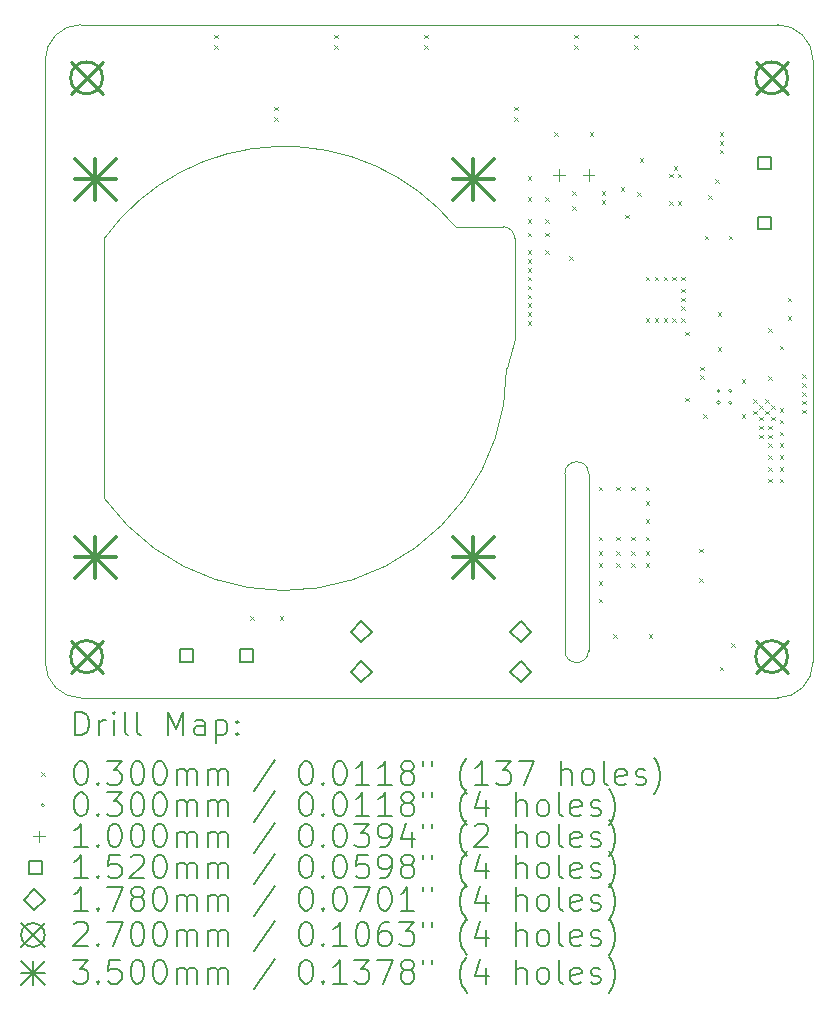
<source format=gbr>
%TF.GenerationSoftware,KiCad,Pcbnew,8.0.6*%
%TF.CreationDate,2024-12-15T12:07:24-06:00*%
%TF.ProjectId,ElectriPi,456c6563-7472-4695-9069-2e6b69636164,rev?*%
%TF.SameCoordinates,PX514cfd0PY31d4590*%
%TF.FileFunction,Drillmap*%
%TF.FilePolarity,Positive*%
%FSLAX45Y45*%
G04 Gerber Fmt 4.5, Leading zero omitted, Abs format (unit mm)*
G04 Created by KiCad (PCBNEW 8.0.6) date 2024-12-15 12:07:24*
%MOMM*%
%LPD*%
G01*
G04 APERTURE LIST*
%ADD10C,0.100000*%
%ADD11C,0.200000*%
%ADD12C,0.152000*%
%ADD13C,0.178000*%
%ADD14C,0.270000*%
%ADD15C,0.350000*%
G04 APERTURE END LIST*
D10*
X0Y-1950000D02*
X0Y-5400000D01*
X6200000Y0D02*
G75*
G02*
X6500000Y-300000I0J-300000D01*
G01*
X4400000Y-3800000D02*
X4400000Y-5300000D01*
X300000Y-5700000D02*
G75*
G02*
X0Y-5400000I0J300000D01*
G01*
X300000Y-5700000D02*
X6200000Y-5700000D01*
X6500000Y-5400000D02*
G75*
G02*
X6200000Y-5700000I-300000J0D01*
G01*
X4400000Y-3800000D02*
G75*
G02*
X4600000Y-3800000I100000J0D01*
G01*
X4600000Y-3800000D02*
X4600000Y-5300000D01*
X300000Y0D02*
X6200000Y0D01*
X0Y-300000D02*
G75*
G02*
X300000Y0I300000J0D01*
G01*
X4600000Y-5300000D02*
G75*
G02*
X4400000Y-5300000I-100000J0D01*
G01*
X0Y-300000D02*
X0Y-1950000D01*
X6500000Y-300000D02*
X6500000Y-5400000D01*
X500000Y-1810000D02*
X500000Y-4010000D01*
X3473592Y-1711165D02*
X3875000Y-1710000D01*
X3905326Y-2910000D02*
X3975000Y-2660000D01*
X3975000Y-2660000D02*
X3975000Y-1810000D01*
X500000Y-1810000D02*
G75*
G02*
X3473592Y-1711165I1525000J-1100000D01*
G01*
X3875000Y-1710000D02*
G75*
G02*
X3975000Y-1810000I10J-99990D01*
G01*
X3905326Y-2910000D02*
G75*
G02*
X500000Y-4010000I-1880326J0D01*
G01*
D11*
D10*
X1432800Y-85000D02*
X1462800Y-115000D01*
X1462800Y-85000D02*
X1432800Y-115000D01*
X1432800Y-173900D02*
X1462800Y-203900D01*
X1462800Y-173900D02*
X1432800Y-203900D01*
X1735000Y-5010000D02*
X1765000Y-5040000D01*
X1765000Y-5010000D02*
X1735000Y-5040000D01*
X1940800Y-694600D02*
X1970800Y-724600D01*
X1970800Y-694600D02*
X1940800Y-724600D01*
X1940800Y-783500D02*
X1970800Y-813500D01*
X1970800Y-783500D02*
X1940800Y-813500D01*
X1985000Y-5010000D02*
X2015000Y-5040000D01*
X2015000Y-5010000D02*
X1985000Y-5040000D01*
X2448800Y-85000D02*
X2478800Y-115000D01*
X2478800Y-85000D02*
X2448800Y-115000D01*
X2448800Y-173900D02*
X2478800Y-203900D01*
X2478800Y-173900D02*
X2448800Y-203900D01*
X3210800Y-85000D02*
X3240800Y-115000D01*
X3240800Y-85000D02*
X3210800Y-115000D01*
X3210800Y-173900D02*
X3240800Y-203900D01*
X3240800Y-173900D02*
X3210800Y-203900D01*
X3972800Y-694600D02*
X4002800Y-724600D01*
X4002800Y-694600D02*
X3972800Y-724600D01*
X3972800Y-783500D02*
X4002800Y-813500D01*
X4002800Y-783500D02*
X3972800Y-813500D01*
X4085000Y-1285000D02*
X4115000Y-1315000D01*
X4115000Y-1285000D02*
X4085000Y-1315000D01*
X4085000Y-1460000D02*
X4115000Y-1490000D01*
X4115000Y-1460000D02*
X4085000Y-1490000D01*
X4085000Y-1645000D02*
X4115000Y-1675000D01*
X4115000Y-1645000D02*
X4085000Y-1675000D01*
X4085000Y-1760000D02*
X4115000Y-1790000D01*
X4115000Y-1760000D02*
X4085000Y-1790000D01*
X4085000Y-1910000D02*
X4115000Y-1940000D01*
X4115000Y-1910000D02*
X4085000Y-1940000D01*
X4085000Y-1985000D02*
X4115000Y-2015000D01*
X4115000Y-1985000D02*
X4085000Y-2015000D01*
X4085000Y-2060000D02*
X4115000Y-2090000D01*
X4115000Y-2060000D02*
X4085000Y-2090000D01*
X4085000Y-2135000D02*
X4115000Y-2165000D01*
X4115000Y-2135000D02*
X4085000Y-2165000D01*
X4085000Y-2210000D02*
X4115000Y-2240000D01*
X4115000Y-2210000D02*
X4085000Y-2240000D01*
X4085000Y-2285000D02*
X4115000Y-2315000D01*
X4115000Y-2285000D02*
X4085000Y-2315000D01*
X4085000Y-2360000D02*
X4115000Y-2390000D01*
X4115000Y-2360000D02*
X4085000Y-2390000D01*
X4085000Y-2435000D02*
X4115000Y-2465000D01*
X4115000Y-2435000D02*
X4085000Y-2465000D01*
X4085000Y-2510000D02*
X4115000Y-2540000D01*
X4115000Y-2510000D02*
X4085000Y-2540000D01*
X4235000Y-1460000D02*
X4265000Y-1490000D01*
X4265000Y-1460000D02*
X4235000Y-1490000D01*
X4235000Y-1645000D02*
X4265000Y-1675000D01*
X4265000Y-1645000D02*
X4235000Y-1675000D01*
X4235000Y-1760000D02*
X4265000Y-1790000D01*
X4265000Y-1760000D02*
X4235000Y-1790000D01*
X4235000Y-1910000D02*
X4265000Y-1940000D01*
X4265000Y-1910000D02*
X4235000Y-1940000D01*
X4310000Y-910000D02*
X4340000Y-940000D01*
X4340000Y-910000D02*
X4310000Y-940000D01*
X4435000Y-1960000D02*
X4465000Y-1990000D01*
X4465000Y-1960000D02*
X4435000Y-1990000D01*
X4460000Y-1410000D02*
X4490000Y-1440000D01*
X4490000Y-1410000D02*
X4460000Y-1440000D01*
X4460000Y-1535000D02*
X4490000Y-1565000D01*
X4490000Y-1535000D02*
X4460000Y-1565000D01*
X4480800Y-85000D02*
X4510800Y-115000D01*
X4510800Y-85000D02*
X4480800Y-115000D01*
X4480800Y-173900D02*
X4510800Y-203900D01*
X4510800Y-173900D02*
X4480800Y-203900D01*
X4610000Y-910000D02*
X4640000Y-940000D01*
X4640000Y-910000D02*
X4610000Y-940000D01*
X4685000Y-3910000D02*
X4715000Y-3940000D01*
X4715000Y-3910000D02*
X4685000Y-3940000D01*
X4685000Y-4335000D02*
X4715000Y-4365000D01*
X4715000Y-4335000D02*
X4685000Y-4365000D01*
X4685000Y-4460000D02*
X4715000Y-4490000D01*
X4715000Y-4460000D02*
X4685000Y-4490000D01*
X4685000Y-4560000D02*
X4715000Y-4590000D01*
X4715000Y-4560000D02*
X4685000Y-4590000D01*
X4685000Y-4710000D02*
X4715000Y-4740000D01*
X4715000Y-4710000D02*
X4685000Y-4740000D01*
X4685000Y-4860000D02*
X4715000Y-4890000D01*
X4715000Y-4860000D02*
X4685000Y-4890000D01*
X4710000Y-1410000D02*
X4740000Y-1440000D01*
X4740000Y-1410000D02*
X4710000Y-1440000D01*
X4710000Y-1485000D02*
X4740000Y-1515000D01*
X4740000Y-1485000D02*
X4710000Y-1515000D01*
X4810000Y-5160000D02*
X4840000Y-5190000D01*
X4840000Y-5160000D02*
X4810000Y-5190000D01*
X4835000Y-3910000D02*
X4865000Y-3940000D01*
X4865000Y-3910000D02*
X4835000Y-3940000D01*
X4835000Y-4335000D02*
X4865000Y-4365000D01*
X4865000Y-4335000D02*
X4835000Y-4365000D01*
X4835000Y-4460000D02*
X4865000Y-4490000D01*
X4865000Y-4460000D02*
X4835000Y-4490000D01*
X4835000Y-4560000D02*
X4865000Y-4590000D01*
X4865000Y-4560000D02*
X4835000Y-4590000D01*
X4872441Y-1377270D02*
X4902441Y-1407270D01*
X4902441Y-1377270D02*
X4872441Y-1407270D01*
X4910000Y-1610000D02*
X4940000Y-1640000D01*
X4940000Y-1610000D02*
X4910000Y-1640000D01*
X4960000Y-3910000D02*
X4990000Y-3940000D01*
X4990000Y-3910000D02*
X4960000Y-3940000D01*
X4960000Y-4335000D02*
X4990000Y-4365000D01*
X4990000Y-4335000D02*
X4960000Y-4365000D01*
X4960000Y-4460000D02*
X4990000Y-4490000D01*
X4990000Y-4460000D02*
X4960000Y-4490000D01*
X4960000Y-4560000D02*
X4990000Y-4590000D01*
X4990000Y-4560000D02*
X4960000Y-4590000D01*
X4988800Y-85000D02*
X5018800Y-115000D01*
X5018800Y-85000D02*
X4988800Y-115000D01*
X4988800Y-173900D02*
X5018800Y-203900D01*
X5018800Y-173900D02*
X4988800Y-203900D01*
X5012000Y-1420195D02*
X5042000Y-1450195D01*
X5042000Y-1420195D02*
X5012000Y-1450195D01*
X5035000Y-1130000D02*
X5065000Y-1160000D01*
X5065000Y-1130000D02*
X5035000Y-1160000D01*
X5085000Y-2135000D02*
X5115000Y-2165000D01*
X5115000Y-2135000D02*
X5085000Y-2165000D01*
X5085000Y-2485000D02*
X5115000Y-2515000D01*
X5115000Y-2485000D02*
X5085000Y-2515000D01*
X5085000Y-3910000D02*
X5115000Y-3940000D01*
X5115000Y-3910000D02*
X5085000Y-3940000D01*
X5085000Y-4035000D02*
X5115000Y-4065000D01*
X5115000Y-4035000D02*
X5085000Y-4065000D01*
X5085000Y-4185000D02*
X5115000Y-4215000D01*
X5115000Y-4185000D02*
X5085000Y-4215000D01*
X5085000Y-4335000D02*
X5115000Y-4365000D01*
X5115000Y-4335000D02*
X5085000Y-4365000D01*
X5085000Y-4460000D02*
X5115000Y-4490000D01*
X5115000Y-4460000D02*
X5085000Y-4490000D01*
X5085000Y-4560000D02*
X5115000Y-4590000D01*
X5115000Y-4560000D02*
X5085000Y-4590000D01*
X5110000Y-5160000D02*
X5140000Y-5190000D01*
X5140000Y-5160000D02*
X5110000Y-5190000D01*
X5160000Y-2135000D02*
X5190000Y-2165000D01*
X5190000Y-2135000D02*
X5160000Y-2165000D01*
X5160000Y-2485000D02*
X5190000Y-2515000D01*
X5190000Y-2485000D02*
X5160000Y-2515000D01*
X5235000Y-2135000D02*
X5265000Y-2165000D01*
X5265000Y-2135000D02*
X5235000Y-2165000D01*
X5235000Y-2485000D02*
X5265000Y-2515000D01*
X5265000Y-2485000D02*
X5235000Y-2515000D01*
X5285000Y-1260000D02*
X5315000Y-1290000D01*
X5315000Y-1260000D02*
X5285000Y-1290000D01*
X5285000Y-1495000D02*
X5315000Y-1525000D01*
X5315000Y-1495000D02*
X5285000Y-1525000D01*
X5310000Y-2135000D02*
X5340000Y-2165000D01*
X5340000Y-2135000D02*
X5310000Y-2165000D01*
X5310000Y-2485000D02*
X5340000Y-2515000D01*
X5340000Y-2485000D02*
X5310000Y-2515000D01*
X5320000Y-1200000D02*
X5350000Y-1230000D01*
X5350000Y-1200000D02*
X5320000Y-1230000D01*
X5355000Y-1260000D02*
X5385000Y-1290000D01*
X5385000Y-1260000D02*
X5355000Y-1290000D01*
X5355000Y-1495000D02*
X5385000Y-1525000D01*
X5385000Y-1495000D02*
X5355000Y-1525000D01*
X5385000Y-2135000D02*
X5415000Y-2165000D01*
X5415000Y-2135000D02*
X5385000Y-2165000D01*
X5385000Y-2235000D02*
X5415000Y-2265000D01*
X5415000Y-2235000D02*
X5385000Y-2265000D01*
X5385000Y-2310000D02*
X5415000Y-2340000D01*
X5415000Y-2310000D02*
X5385000Y-2340000D01*
X5385000Y-2385000D02*
X5415000Y-2415000D01*
X5415000Y-2385000D02*
X5385000Y-2415000D01*
X5385000Y-2485000D02*
X5415000Y-2515000D01*
X5415000Y-2485000D02*
X5385000Y-2515000D01*
X5420000Y-2600000D02*
X5450000Y-2630000D01*
X5450000Y-2600000D02*
X5420000Y-2630000D01*
X5420000Y-3160000D02*
X5450000Y-3190000D01*
X5450000Y-3160000D02*
X5420000Y-3190000D01*
X5535000Y-4435000D02*
X5565000Y-4465000D01*
X5565000Y-4435000D02*
X5535000Y-4465000D01*
X5535000Y-4685000D02*
X5565000Y-4715000D01*
X5565000Y-4685000D02*
X5535000Y-4715000D01*
X5545000Y-2895000D02*
X5575000Y-2925000D01*
X5575000Y-2895000D02*
X5545000Y-2925000D01*
X5545000Y-2970000D02*
X5575000Y-3000000D01*
X5575000Y-2970000D02*
X5545000Y-3000000D01*
X5570000Y-3300000D02*
X5600000Y-3330000D01*
X5600000Y-3300000D02*
X5570000Y-3330000D01*
X5585000Y-1785000D02*
X5615000Y-1815000D01*
X5615000Y-1785000D02*
X5585000Y-1815000D01*
X5612371Y-1444240D02*
X5642371Y-1474240D01*
X5642371Y-1444240D02*
X5612371Y-1474240D01*
X5670373Y-1307362D02*
X5700373Y-1337362D01*
X5700373Y-1307362D02*
X5670373Y-1337362D01*
X5694000Y-2730000D02*
X5724000Y-2760000D01*
X5724000Y-2730000D02*
X5694000Y-2760000D01*
X5695000Y-2435000D02*
X5725000Y-2465000D01*
X5725000Y-2435000D02*
X5695000Y-2465000D01*
X5710000Y-910000D02*
X5740000Y-940000D01*
X5740000Y-910000D02*
X5710000Y-940000D01*
X5710000Y-985000D02*
X5740000Y-1015000D01*
X5740000Y-985000D02*
X5710000Y-1015000D01*
X5710000Y-1060000D02*
X5740000Y-1090000D01*
X5740000Y-1060000D02*
X5710000Y-1090000D01*
X5710000Y-5435000D02*
X5740000Y-5465000D01*
X5740000Y-5435000D02*
X5710000Y-5465000D01*
X5785000Y-1785000D02*
X5815000Y-1815000D01*
X5815000Y-1785000D02*
X5785000Y-1815000D01*
X5810000Y-5235000D02*
X5840000Y-5265000D01*
X5840000Y-5235000D02*
X5810000Y-5265000D01*
X5895000Y-3000000D02*
X5925000Y-3030000D01*
X5925000Y-3000000D02*
X5895000Y-3030000D01*
X5895000Y-3300000D02*
X5925000Y-3330000D01*
X5925000Y-3300000D02*
X5895000Y-3330000D01*
X5995000Y-3170000D02*
X6025000Y-3200000D01*
X6025000Y-3170000D02*
X5995000Y-3200000D01*
X5995000Y-3270000D02*
X6025000Y-3300000D01*
X6025000Y-3270000D02*
X5995000Y-3300000D01*
X6045000Y-3220000D02*
X6075000Y-3250000D01*
X6075000Y-3220000D02*
X6045000Y-3250000D01*
X6045000Y-3320000D02*
X6075000Y-3350000D01*
X6075000Y-3320000D02*
X6045000Y-3350000D01*
X6045000Y-3395000D02*
X6075000Y-3425000D01*
X6075000Y-3395000D02*
X6045000Y-3425000D01*
X6045000Y-3470000D02*
X6075000Y-3500000D01*
X6075000Y-3470000D02*
X6045000Y-3500000D01*
X6095000Y-3170000D02*
X6125000Y-3200000D01*
X6125000Y-3170000D02*
X6095000Y-3200000D01*
X6095000Y-3270000D02*
X6125000Y-3300000D01*
X6125000Y-3270000D02*
X6095000Y-3300000D01*
X6120000Y-2570000D02*
X6150000Y-2600000D01*
X6150000Y-2570000D02*
X6120000Y-2600000D01*
X6120000Y-2975000D02*
X6150000Y-3005000D01*
X6150000Y-2975000D02*
X6120000Y-3005000D01*
X6120000Y-3395000D02*
X6150000Y-3425000D01*
X6150000Y-3395000D02*
X6120000Y-3425000D01*
X6120000Y-3470000D02*
X6150000Y-3500000D01*
X6150000Y-3470000D02*
X6120000Y-3500000D01*
X6120000Y-3545000D02*
X6150000Y-3575000D01*
X6150000Y-3545000D02*
X6120000Y-3575000D01*
X6120000Y-3645000D02*
X6150000Y-3675000D01*
X6150000Y-3645000D02*
X6120000Y-3675000D01*
X6120000Y-3745000D02*
X6150000Y-3775000D01*
X6150000Y-3745000D02*
X6120000Y-3775000D01*
X6120000Y-3845000D02*
X6150000Y-3875000D01*
X6150000Y-3845000D02*
X6120000Y-3875000D01*
X6145000Y-3220000D02*
X6175000Y-3250000D01*
X6175000Y-3220000D02*
X6145000Y-3250000D01*
X6145000Y-3320000D02*
X6175000Y-3350000D01*
X6175000Y-3320000D02*
X6145000Y-3350000D01*
X6220000Y-2720000D02*
X6250000Y-2750000D01*
X6250000Y-2720000D02*
X6220000Y-2750000D01*
X6220000Y-3245000D02*
X6250000Y-3275000D01*
X6250000Y-3245000D02*
X6220000Y-3275000D01*
X6220000Y-3345000D02*
X6250000Y-3375000D01*
X6250000Y-3345000D02*
X6220000Y-3375000D01*
X6220000Y-3445000D02*
X6250000Y-3475000D01*
X6250000Y-3445000D02*
X6220000Y-3475000D01*
X6220000Y-3545000D02*
X6250000Y-3575000D01*
X6250000Y-3545000D02*
X6220000Y-3575000D01*
X6220000Y-3645000D02*
X6250000Y-3675000D01*
X6250000Y-3645000D02*
X6220000Y-3675000D01*
X6220000Y-3745000D02*
X6250000Y-3775000D01*
X6250000Y-3745000D02*
X6220000Y-3775000D01*
X6220000Y-3845000D02*
X6250000Y-3875000D01*
X6250000Y-3845000D02*
X6220000Y-3875000D01*
X6285000Y-2310000D02*
X6315000Y-2340000D01*
X6315000Y-2310000D02*
X6285000Y-2340000D01*
X6285000Y-2470000D02*
X6315000Y-2500000D01*
X6315000Y-2470000D02*
X6285000Y-2500000D01*
X6410000Y-2960000D02*
X6440000Y-2990000D01*
X6440000Y-2960000D02*
X6410000Y-2990000D01*
X6410000Y-3035000D02*
X6440000Y-3065000D01*
X6440000Y-3035000D02*
X6410000Y-3065000D01*
X6410000Y-3110000D02*
X6440000Y-3140000D01*
X6440000Y-3110000D02*
X6410000Y-3140000D01*
X6410000Y-3185000D02*
X6440000Y-3215000D01*
X6440000Y-3185000D02*
X6410000Y-3215000D01*
X6410000Y-3260000D02*
X6440000Y-3290000D01*
X6440000Y-3260000D02*
X6410000Y-3290000D01*
X5715000Y-3100000D02*
G75*
G02*
X5685000Y-3100000I-15000J0D01*
G01*
X5685000Y-3100000D02*
G75*
G02*
X5715000Y-3100000I15000J0D01*
G01*
X5715000Y-3200000D02*
G75*
G02*
X5685000Y-3200000I-15000J0D01*
G01*
X5685000Y-3200000D02*
G75*
G02*
X5715000Y-3200000I15000J0D01*
G01*
X5815000Y-3100000D02*
G75*
G02*
X5785000Y-3100000I-15000J0D01*
G01*
X5785000Y-3100000D02*
G75*
G02*
X5815000Y-3100000I15000J0D01*
G01*
X5815000Y-3200000D02*
G75*
G02*
X5785000Y-3200000I-15000J0D01*
G01*
X5785000Y-3200000D02*
G75*
G02*
X5815000Y-3200000I15000J0D01*
G01*
X4350000Y-1220000D02*
X4350000Y-1320000D01*
X4300000Y-1270000D02*
X4400000Y-1270000D01*
X4600000Y-1220000D02*
X4600000Y-1320000D01*
X4550000Y-1270000D02*
X4650000Y-1270000D01*
D12*
X1249741Y-5393741D02*
X1249741Y-5286259D01*
X1142259Y-5286259D01*
X1142259Y-5393741D01*
X1249741Y-5393741D01*
X1757741Y-5393741D02*
X1757741Y-5286259D01*
X1650259Y-5286259D01*
X1650259Y-5393741D01*
X1757741Y-5393741D01*
X6143741Y-1224741D02*
X6143741Y-1117259D01*
X6036259Y-1117259D01*
X6036259Y-1224741D01*
X6143741Y-1224741D01*
X6143741Y-1732741D02*
X6143741Y-1625259D01*
X6036259Y-1625259D01*
X6036259Y-1732741D01*
X6143741Y-1732741D01*
D13*
X2674000Y-5229000D02*
X2763000Y-5140000D01*
X2674000Y-5051000D01*
X2585000Y-5140000D01*
X2674000Y-5229000D01*
X2674000Y-5569000D02*
X2763000Y-5480000D01*
X2674000Y-5391000D01*
X2585000Y-5480000D01*
X2674000Y-5569000D01*
X4024000Y-5229000D02*
X4113000Y-5140000D01*
X4024000Y-5051000D01*
X3935000Y-5140000D01*
X4024000Y-5229000D01*
X4024000Y-5569000D02*
X4113000Y-5480000D01*
X4024000Y-5391000D01*
X3935000Y-5480000D01*
X4024000Y-5569000D01*
D14*
X215000Y-315000D02*
X485000Y-585000D01*
X485000Y-315000D02*
X215000Y-585000D01*
X485000Y-450000D02*
G75*
G02*
X215000Y-450000I-135000J0D01*
G01*
X215000Y-450000D02*
G75*
G02*
X485000Y-450000I135000J0D01*
G01*
X215000Y-5215000D02*
X485000Y-5485000D01*
X485000Y-5215000D02*
X215000Y-5485000D01*
X485000Y-5350000D02*
G75*
G02*
X215000Y-5350000I-135000J0D01*
G01*
X215000Y-5350000D02*
G75*
G02*
X485000Y-5350000I135000J0D01*
G01*
X6015000Y-315000D02*
X6285000Y-585000D01*
X6285000Y-315000D02*
X6015000Y-585000D01*
X6285000Y-450000D02*
G75*
G02*
X6015000Y-450000I-135000J0D01*
G01*
X6015000Y-450000D02*
G75*
G02*
X6285000Y-450000I135000J0D01*
G01*
X6015000Y-5215000D02*
X6285000Y-5485000D01*
X6285000Y-5215000D02*
X6015000Y-5485000D01*
X6285000Y-5350000D02*
G75*
G02*
X6015000Y-5350000I-135000J0D01*
G01*
X6015000Y-5350000D02*
G75*
G02*
X6285000Y-5350000I135000J0D01*
G01*
D15*
X250000Y-1135000D02*
X600000Y-1485000D01*
X600000Y-1135000D02*
X250000Y-1485000D01*
X425000Y-1135000D02*
X425000Y-1485000D01*
X250000Y-1310000D02*
X600000Y-1310000D01*
X250000Y-4335000D02*
X600000Y-4685000D01*
X600000Y-4335000D02*
X250000Y-4685000D01*
X425000Y-4335000D02*
X425000Y-4685000D01*
X250000Y-4510000D02*
X600000Y-4510000D01*
X3450000Y-1135000D02*
X3800000Y-1485000D01*
X3800000Y-1135000D02*
X3450000Y-1485000D01*
X3625000Y-1135000D02*
X3625000Y-1485000D01*
X3450000Y-1310000D02*
X3800000Y-1310000D01*
X3450000Y-4335000D02*
X3800000Y-4685000D01*
X3800000Y-4335000D02*
X3450000Y-4685000D01*
X3625000Y-4335000D02*
X3625000Y-4685000D01*
X3450000Y-4510000D02*
X3800000Y-4510000D01*
D11*
X255777Y-6016484D02*
X255777Y-5816484D01*
X255777Y-5816484D02*
X303396Y-5816484D01*
X303396Y-5816484D02*
X331967Y-5826008D01*
X331967Y-5826008D02*
X351015Y-5845055D01*
X351015Y-5845055D02*
X360539Y-5864103D01*
X360539Y-5864103D02*
X370062Y-5902198D01*
X370062Y-5902198D02*
X370062Y-5930769D01*
X370062Y-5930769D02*
X360539Y-5968865D01*
X360539Y-5968865D02*
X351015Y-5987912D01*
X351015Y-5987912D02*
X331967Y-6006960D01*
X331967Y-6006960D02*
X303396Y-6016484D01*
X303396Y-6016484D02*
X255777Y-6016484D01*
X455777Y-6016484D02*
X455777Y-5883150D01*
X455777Y-5921246D02*
X465301Y-5902198D01*
X465301Y-5902198D02*
X474824Y-5892674D01*
X474824Y-5892674D02*
X493872Y-5883150D01*
X493872Y-5883150D02*
X512920Y-5883150D01*
X579586Y-6016484D02*
X579586Y-5883150D01*
X579586Y-5816484D02*
X570063Y-5826008D01*
X570063Y-5826008D02*
X579586Y-5835531D01*
X579586Y-5835531D02*
X589110Y-5826008D01*
X589110Y-5826008D02*
X579586Y-5816484D01*
X579586Y-5816484D02*
X579586Y-5835531D01*
X703396Y-6016484D02*
X684348Y-6006960D01*
X684348Y-6006960D02*
X674824Y-5987912D01*
X674824Y-5987912D02*
X674824Y-5816484D01*
X808158Y-6016484D02*
X789110Y-6006960D01*
X789110Y-6006960D02*
X779586Y-5987912D01*
X779586Y-5987912D02*
X779586Y-5816484D01*
X1036729Y-6016484D02*
X1036729Y-5816484D01*
X1036729Y-5816484D02*
X1103396Y-5959341D01*
X1103396Y-5959341D02*
X1170063Y-5816484D01*
X1170063Y-5816484D02*
X1170063Y-6016484D01*
X1351015Y-6016484D02*
X1351015Y-5911722D01*
X1351015Y-5911722D02*
X1341491Y-5892674D01*
X1341491Y-5892674D02*
X1322444Y-5883150D01*
X1322444Y-5883150D02*
X1284348Y-5883150D01*
X1284348Y-5883150D02*
X1265301Y-5892674D01*
X1351015Y-6006960D02*
X1331967Y-6016484D01*
X1331967Y-6016484D02*
X1284348Y-6016484D01*
X1284348Y-6016484D02*
X1265301Y-6006960D01*
X1265301Y-6006960D02*
X1255777Y-5987912D01*
X1255777Y-5987912D02*
X1255777Y-5968865D01*
X1255777Y-5968865D02*
X1265301Y-5949817D01*
X1265301Y-5949817D02*
X1284348Y-5940293D01*
X1284348Y-5940293D02*
X1331967Y-5940293D01*
X1331967Y-5940293D02*
X1351015Y-5930769D01*
X1446253Y-5883150D02*
X1446253Y-6083150D01*
X1446253Y-5892674D02*
X1465301Y-5883150D01*
X1465301Y-5883150D02*
X1503396Y-5883150D01*
X1503396Y-5883150D02*
X1522443Y-5892674D01*
X1522443Y-5892674D02*
X1531967Y-5902198D01*
X1531967Y-5902198D02*
X1541491Y-5921246D01*
X1541491Y-5921246D02*
X1541491Y-5978388D01*
X1541491Y-5978388D02*
X1531967Y-5997436D01*
X1531967Y-5997436D02*
X1522443Y-6006960D01*
X1522443Y-6006960D02*
X1503396Y-6016484D01*
X1503396Y-6016484D02*
X1465301Y-6016484D01*
X1465301Y-6016484D02*
X1446253Y-6006960D01*
X1627205Y-5997436D02*
X1636729Y-6006960D01*
X1636729Y-6006960D02*
X1627205Y-6016484D01*
X1627205Y-6016484D02*
X1617682Y-6006960D01*
X1617682Y-6006960D02*
X1627205Y-5997436D01*
X1627205Y-5997436D02*
X1627205Y-6016484D01*
X1627205Y-5892674D02*
X1636729Y-5902198D01*
X1636729Y-5902198D02*
X1627205Y-5911722D01*
X1627205Y-5911722D02*
X1617682Y-5902198D01*
X1617682Y-5902198D02*
X1627205Y-5892674D01*
X1627205Y-5892674D02*
X1627205Y-5911722D01*
D10*
X-35000Y-6330000D02*
X-5000Y-6360000D01*
X-5000Y-6330000D02*
X-35000Y-6360000D01*
D11*
X293872Y-6236484D02*
X312920Y-6236484D01*
X312920Y-6236484D02*
X331967Y-6246008D01*
X331967Y-6246008D02*
X341491Y-6255531D01*
X341491Y-6255531D02*
X351015Y-6274579D01*
X351015Y-6274579D02*
X360539Y-6312674D01*
X360539Y-6312674D02*
X360539Y-6360293D01*
X360539Y-6360293D02*
X351015Y-6398388D01*
X351015Y-6398388D02*
X341491Y-6417436D01*
X341491Y-6417436D02*
X331967Y-6426960D01*
X331967Y-6426960D02*
X312920Y-6436484D01*
X312920Y-6436484D02*
X293872Y-6436484D01*
X293872Y-6436484D02*
X274824Y-6426960D01*
X274824Y-6426960D02*
X265301Y-6417436D01*
X265301Y-6417436D02*
X255777Y-6398388D01*
X255777Y-6398388D02*
X246253Y-6360293D01*
X246253Y-6360293D02*
X246253Y-6312674D01*
X246253Y-6312674D02*
X255777Y-6274579D01*
X255777Y-6274579D02*
X265301Y-6255531D01*
X265301Y-6255531D02*
X274824Y-6246008D01*
X274824Y-6246008D02*
X293872Y-6236484D01*
X446253Y-6417436D02*
X455777Y-6426960D01*
X455777Y-6426960D02*
X446253Y-6436484D01*
X446253Y-6436484D02*
X436729Y-6426960D01*
X436729Y-6426960D02*
X446253Y-6417436D01*
X446253Y-6417436D02*
X446253Y-6436484D01*
X522443Y-6236484D02*
X646253Y-6236484D01*
X646253Y-6236484D02*
X579586Y-6312674D01*
X579586Y-6312674D02*
X608158Y-6312674D01*
X608158Y-6312674D02*
X627205Y-6322198D01*
X627205Y-6322198D02*
X636729Y-6331722D01*
X636729Y-6331722D02*
X646253Y-6350769D01*
X646253Y-6350769D02*
X646253Y-6398388D01*
X646253Y-6398388D02*
X636729Y-6417436D01*
X636729Y-6417436D02*
X627205Y-6426960D01*
X627205Y-6426960D02*
X608158Y-6436484D01*
X608158Y-6436484D02*
X551015Y-6436484D01*
X551015Y-6436484D02*
X531967Y-6426960D01*
X531967Y-6426960D02*
X522443Y-6417436D01*
X770062Y-6236484D02*
X789110Y-6236484D01*
X789110Y-6236484D02*
X808158Y-6246008D01*
X808158Y-6246008D02*
X817682Y-6255531D01*
X817682Y-6255531D02*
X827205Y-6274579D01*
X827205Y-6274579D02*
X836729Y-6312674D01*
X836729Y-6312674D02*
X836729Y-6360293D01*
X836729Y-6360293D02*
X827205Y-6398388D01*
X827205Y-6398388D02*
X817682Y-6417436D01*
X817682Y-6417436D02*
X808158Y-6426960D01*
X808158Y-6426960D02*
X789110Y-6436484D01*
X789110Y-6436484D02*
X770062Y-6436484D01*
X770062Y-6436484D02*
X751015Y-6426960D01*
X751015Y-6426960D02*
X741491Y-6417436D01*
X741491Y-6417436D02*
X731967Y-6398388D01*
X731967Y-6398388D02*
X722443Y-6360293D01*
X722443Y-6360293D02*
X722443Y-6312674D01*
X722443Y-6312674D02*
X731967Y-6274579D01*
X731967Y-6274579D02*
X741491Y-6255531D01*
X741491Y-6255531D02*
X751015Y-6246008D01*
X751015Y-6246008D02*
X770062Y-6236484D01*
X960539Y-6236484D02*
X979586Y-6236484D01*
X979586Y-6236484D02*
X998634Y-6246008D01*
X998634Y-6246008D02*
X1008158Y-6255531D01*
X1008158Y-6255531D02*
X1017682Y-6274579D01*
X1017682Y-6274579D02*
X1027205Y-6312674D01*
X1027205Y-6312674D02*
X1027205Y-6360293D01*
X1027205Y-6360293D02*
X1017682Y-6398388D01*
X1017682Y-6398388D02*
X1008158Y-6417436D01*
X1008158Y-6417436D02*
X998634Y-6426960D01*
X998634Y-6426960D02*
X979586Y-6436484D01*
X979586Y-6436484D02*
X960539Y-6436484D01*
X960539Y-6436484D02*
X941491Y-6426960D01*
X941491Y-6426960D02*
X931967Y-6417436D01*
X931967Y-6417436D02*
X922443Y-6398388D01*
X922443Y-6398388D02*
X912920Y-6360293D01*
X912920Y-6360293D02*
X912920Y-6312674D01*
X912920Y-6312674D02*
X922443Y-6274579D01*
X922443Y-6274579D02*
X931967Y-6255531D01*
X931967Y-6255531D02*
X941491Y-6246008D01*
X941491Y-6246008D02*
X960539Y-6236484D01*
X1112920Y-6436484D02*
X1112920Y-6303150D01*
X1112920Y-6322198D02*
X1122444Y-6312674D01*
X1122444Y-6312674D02*
X1141491Y-6303150D01*
X1141491Y-6303150D02*
X1170063Y-6303150D01*
X1170063Y-6303150D02*
X1189110Y-6312674D01*
X1189110Y-6312674D02*
X1198634Y-6331722D01*
X1198634Y-6331722D02*
X1198634Y-6436484D01*
X1198634Y-6331722D02*
X1208158Y-6312674D01*
X1208158Y-6312674D02*
X1227205Y-6303150D01*
X1227205Y-6303150D02*
X1255777Y-6303150D01*
X1255777Y-6303150D02*
X1274825Y-6312674D01*
X1274825Y-6312674D02*
X1284348Y-6331722D01*
X1284348Y-6331722D02*
X1284348Y-6436484D01*
X1379586Y-6436484D02*
X1379586Y-6303150D01*
X1379586Y-6322198D02*
X1389110Y-6312674D01*
X1389110Y-6312674D02*
X1408158Y-6303150D01*
X1408158Y-6303150D02*
X1436729Y-6303150D01*
X1436729Y-6303150D02*
X1455777Y-6312674D01*
X1455777Y-6312674D02*
X1465301Y-6331722D01*
X1465301Y-6331722D02*
X1465301Y-6436484D01*
X1465301Y-6331722D02*
X1474824Y-6312674D01*
X1474824Y-6312674D02*
X1493872Y-6303150D01*
X1493872Y-6303150D02*
X1522443Y-6303150D01*
X1522443Y-6303150D02*
X1541491Y-6312674D01*
X1541491Y-6312674D02*
X1551015Y-6331722D01*
X1551015Y-6331722D02*
X1551015Y-6436484D01*
X1941491Y-6226960D02*
X1770063Y-6484103D01*
X2198634Y-6236484D02*
X2217682Y-6236484D01*
X2217682Y-6236484D02*
X2236729Y-6246008D01*
X2236729Y-6246008D02*
X2246253Y-6255531D01*
X2246253Y-6255531D02*
X2255777Y-6274579D01*
X2255777Y-6274579D02*
X2265301Y-6312674D01*
X2265301Y-6312674D02*
X2265301Y-6360293D01*
X2265301Y-6360293D02*
X2255777Y-6398388D01*
X2255777Y-6398388D02*
X2246253Y-6417436D01*
X2246253Y-6417436D02*
X2236729Y-6426960D01*
X2236729Y-6426960D02*
X2217682Y-6436484D01*
X2217682Y-6436484D02*
X2198634Y-6436484D01*
X2198634Y-6436484D02*
X2179587Y-6426960D01*
X2179587Y-6426960D02*
X2170063Y-6417436D01*
X2170063Y-6417436D02*
X2160539Y-6398388D01*
X2160539Y-6398388D02*
X2151015Y-6360293D01*
X2151015Y-6360293D02*
X2151015Y-6312674D01*
X2151015Y-6312674D02*
X2160539Y-6274579D01*
X2160539Y-6274579D02*
X2170063Y-6255531D01*
X2170063Y-6255531D02*
X2179587Y-6246008D01*
X2179587Y-6246008D02*
X2198634Y-6236484D01*
X2351015Y-6417436D02*
X2360539Y-6426960D01*
X2360539Y-6426960D02*
X2351015Y-6436484D01*
X2351015Y-6436484D02*
X2341491Y-6426960D01*
X2341491Y-6426960D02*
X2351015Y-6417436D01*
X2351015Y-6417436D02*
X2351015Y-6436484D01*
X2484348Y-6236484D02*
X2503396Y-6236484D01*
X2503396Y-6236484D02*
X2522444Y-6246008D01*
X2522444Y-6246008D02*
X2531968Y-6255531D01*
X2531968Y-6255531D02*
X2541491Y-6274579D01*
X2541491Y-6274579D02*
X2551015Y-6312674D01*
X2551015Y-6312674D02*
X2551015Y-6360293D01*
X2551015Y-6360293D02*
X2541491Y-6398388D01*
X2541491Y-6398388D02*
X2531968Y-6417436D01*
X2531968Y-6417436D02*
X2522444Y-6426960D01*
X2522444Y-6426960D02*
X2503396Y-6436484D01*
X2503396Y-6436484D02*
X2484348Y-6436484D01*
X2484348Y-6436484D02*
X2465301Y-6426960D01*
X2465301Y-6426960D02*
X2455777Y-6417436D01*
X2455777Y-6417436D02*
X2446253Y-6398388D01*
X2446253Y-6398388D02*
X2436729Y-6360293D01*
X2436729Y-6360293D02*
X2436729Y-6312674D01*
X2436729Y-6312674D02*
X2446253Y-6274579D01*
X2446253Y-6274579D02*
X2455777Y-6255531D01*
X2455777Y-6255531D02*
X2465301Y-6246008D01*
X2465301Y-6246008D02*
X2484348Y-6236484D01*
X2741491Y-6436484D02*
X2627206Y-6436484D01*
X2684348Y-6436484D02*
X2684348Y-6236484D01*
X2684348Y-6236484D02*
X2665301Y-6265055D01*
X2665301Y-6265055D02*
X2646253Y-6284103D01*
X2646253Y-6284103D02*
X2627206Y-6293627D01*
X2931967Y-6436484D02*
X2817682Y-6436484D01*
X2874825Y-6436484D02*
X2874825Y-6236484D01*
X2874825Y-6236484D02*
X2855777Y-6265055D01*
X2855777Y-6265055D02*
X2836729Y-6284103D01*
X2836729Y-6284103D02*
X2817682Y-6293627D01*
X3046253Y-6322198D02*
X3027206Y-6312674D01*
X3027206Y-6312674D02*
X3017682Y-6303150D01*
X3017682Y-6303150D02*
X3008158Y-6284103D01*
X3008158Y-6284103D02*
X3008158Y-6274579D01*
X3008158Y-6274579D02*
X3017682Y-6255531D01*
X3017682Y-6255531D02*
X3027206Y-6246008D01*
X3027206Y-6246008D02*
X3046253Y-6236484D01*
X3046253Y-6236484D02*
X3084348Y-6236484D01*
X3084348Y-6236484D02*
X3103396Y-6246008D01*
X3103396Y-6246008D02*
X3112920Y-6255531D01*
X3112920Y-6255531D02*
X3122444Y-6274579D01*
X3122444Y-6274579D02*
X3122444Y-6284103D01*
X3122444Y-6284103D02*
X3112920Y-6303150D01*
X3112920Y-6303150D02*
X3103396Y-6312674D01*
X3103396Y-6312674D02*
X3084348Y-6322198D01*
X3084348Y-6322198D02*
X3046253Y-6322198D01*
X3046253Y-6322198D02*
X3027206Y-6331722D01*
X3027206Y-6331722D02*
X3017682Y-6341246D01*
X3017682Y-6341246D02*
X3008158Y-6360293D01*
X3008158Y-6360293D02*
X3008158Y-6398388D01*
X3008158Y-6398388D02*
X3017682Y-6417436D01*
X3017682Y-6417436D02*
X3027206Y-6426960D01*
X3027206Y-6426960D02*
X3046253Y-6436484D01*
X3046253Y-6436484D02*
X3084348Y-6436484D01*
X3084348Y-6436484D02*
X3103396Y-6426960D01*
X3103396Y-6426960D02*
X3112920Y-6417436D01*
X3112920Y-6417436D02*
X3122444Y-6398388D01*
X3122444Y-6398388D02*
X3122444Y-6360293D01*
X3122444Y-6360293D02*
X3112920Y-6341246D01*
X3112920Y-6341246D02*
X3103396Y-6331722D01*
X3103396Y-6331722D02*
X3084348Y-6322198D01*
X3198634Y-6236484D02*
X3198634Y-6274579D01*
X3274825Y-6236484D02*
X3274825Y-6274579D01*
X3570063Y-6512674D02*
X3560539Y-6503150D01*
X3560539Y-6503150D02*
X3541491Y-6474579D01*
X3541491Y-6474579D02*
X3531968Y-6455531D01*
X3531968Y-6455531D02*
X3522444Y-6426960D01*
X3522444Y-6426960D02*
X3512920Y-6379341D01*
X3512920Y-6379341D02*
X3512920Y-6341246D01*
X3512920Y-6341246D02*
X3522444Y-6293627D01*
X3522444Y-6293627D02*
X3531968Y-6265055D01*
X3531968Y-6265055D02*
X3541491Y-6246008D01*
X3541491Y-6246008D02*
X3560539Y-6217436D01*
X3560539Y-6217436D02*
X3570063Y-6207912D01*
X3751015Y-6436484D02*
X3636729Y-6436484D01*
X3693872Y-6436484D02*
X3693872Y-6236484D01*
X3693872Y-6236484D02*
X3674825Y-6265055D01*
X3674825Y-6265055D02*
X3655777Y-6284103D01*
X3655777Y-6284103D02*
X3636729Y-6293627D01*
X3817682Y-6236484D02*
X3941491Y-6236484D01*
X3941491Y-6236484D02*
X3874825Y-6312674D01*
X3874825Y-6312674D02*
X3903396Y-6312674D01*
X3903396Y-6312674D02*
X3922444Y-6322198D01*
X3922444Y-6322198D02*
X3931968Y-6331722D01*
X3931968Y-6331722D02*
X3941491Y-6350769D01*
X3941491Y-6350769D02*
X3941491Y-6398388D01*
X3941491Y-6398388D02*
X3931968Y-6417436D01*
X3931968Y-6417436D02*
X3922444Y-6426960D01*
X3922444Y-6426960D02*
X3903396Y-6436484D01*
X3903396Y-6436484D02*
X3846253Y-6436484D01*
X3846253Y-6436484D02*
X3827206Y-6426960D01*
X3827206Y-6426960D02*
X3817682Y-6417436D01*
X4008158Y-6236484D02*
X4141491Y-6236484D01*
X4141491Y-6236484D02*
X4055777Y-6436484D01*
X4370063Y-6436484D02*
X4370063Y-6236484D01*
X4455777Y-6436484D02*
X4455777Y-6331722D01*
X4455777Y-6331722D02*
X4446253Y-6312674D01*
X4446253Y-6312674D02*
X4427206Y-6303150D01*
X4427206Y-6303150D02*
X4398634Y-6303150D01*
X4398634Y-6303150D02*
X4379587Y-6312674D01*
X4379587Y-6312674D02*
X4370063Y-6322198D01*
X4579587Y-6436484D02*
X4560539Y-6426960D01*
X4560539Y-6426960D02*
X4551015Y-6417436D01*
X4551015Y-6417436D02*
X4541492Y-6398388D01*
X4541492Y-6398388D02*
X4541492Y-6341246D01*
X4541492Y-6341246D02*
X4551015Y-6322198D01*
X4551015Y-6322198D02*
X4560539Y-6312674D01*
X4560539Y-6312674D02*
X4579587Y-6303150D01*
X4579587Y-6303150D02*
X4608158Y-6303150D01*
X4608158Y-6303150D02*
X4627206Y-6312674D01*
X4627206Y-6312674D02*
X4636730Y-6322198D01*
X4636730Y-6322198D02*
X4646253Y-6341246D01*
X4646253Y-6341246D02*
X4646253Y-6398388D01*
X4646253Y-6398388D02*
X4636730Y-6417436D01*
X4636730Y-6417436D02*
X4627206Y-6426960D01*
X4627206Y-6426960D02*
X4608158Y-6436484D01*
X4608158Y-6436484D02*
X4579587Y-6436484D01*
X4760539Y-6436484D02*
X4741492Y-6426960D01*
X4741492Y-6426960D02*
X4731968Y-6407912D01*
X4731968Y-6407912D02*
X4731968Y-6236484D01*
X4912920Y-6426960D02*
X4893873Y-6436484D01*
X4893873Y-6436484D02*
X4855777Y-6436484D01*
X4855777Y-6436484D02*
X4836730Y-6426960D01*
X4836730Y-6426960D02*
X4827206Y-6407912D01*
X4827206Y-6407912D02*
X4827206Y-6331722D01*
X4827206Y-6331722D02*
X4836730Y-6312674D01*
X4836730Y-6312674D02*
X4855777Y-6303150D01*
X4855777Y-6303150D02*
X4893873Y-6303150D01*
X4893873Y-6303150D02*
X4912920Y-6312674D01*
X4912920Y-6312674D02*
X4922444Y-6331722D01*
X4922444Y-6331722D02*
X4922444Y-6350769D01*
X4922444Y-6350769D02*
X4827206Y-6369817D01*
X4998634Y-6426960D02*
X5017682Y-6436484D01*
X5017682Y-6436484D02*
X5055777Y-6436484D01*
X5055777Y-6436484D02*
X5074825Y-6426960D01*
X5074825Y-6426960D02*
X5084349Y-6407912D01*
X5084349Y-6407912D02*
X5084349Y-6398388D01*
X5084349Y-6398388D02*
X5074825Y-6379341D01*
X5074825Y-6379341D02*
X5055777Y-6369817D01*
X5055777Y-6369817D02*
X5027206Y-6369817D01*
X5027206Y-6369817D02*
X5008158Y-6360293D01*
X5008158Y-6360293D02*
X4998634Y-6341246D01*
X4998634Y-6341246D02*
X4998634Y-6331722D01*
X4998634Y-6331722D02*
X5008158Y-6312674D01*
X5008158Y-6312674D02*
X5027206Y-6303150D01*
X5027206Y-6303150D02*
X5055777Y-6303150D01*
X5055777Y-6303150D02*
X5074825Y-6312674D01*
X5151015Y-6512674D02*
X5160539Y-6503150D01*
X5160539Y-6503150D02*
X5179587Y-6474579D01*
X5179587Y-6474579D02*
X5189111Y-6455531D01*
X5189111Y-6455531D02*
X5198634Y-6426960D01*
X5198634Y-6426960D02*
X5208158Y-6379341D01*
X5208158Y-6379341D02*
X5208158Y-6341246D01*
X5208158Y-6341246D02*
X5198634Y-6293627D01*
X5198634Y-6293627D02*
X5189111Y-6265055D01*
X5189111Y-6265055D02*
X5179587Y-6246008D01*
X5179587Y-6246008D02*
X5160539Y-6217436D01*
X5160539Y-6217436D02*
X5151015Y-6207912D01*
D10*
X-5000Y-6609000D02*
G75*
G02*
X-35000Y-6609000I-15000J0D01*
G01*
X-35000Y-6609000D02*
G75*
G02*
X-5000Y-6609000I15000J0D01*
G01*
D11*
X293872Y-6500484D02*
X312920Y-6500484D01*
X312920Y-6500484D02*
X331967Y-6510008D01*
X331967Y-6510008D02*
X341491Y-6519531D01*
X341491Y-6519531D02*
X351015Y-6538579D01*
X351015Y-6538579D02*
X360539Y-6576674D01*
X360539Y-6576674D02*
X360539Y-6624293D01*
X360539Y-6624293D02*
X351015Y-6662388D01*
X351015Y-6662388D02*
X341491Y-6681436D01*
X341491Y-6681436D02*
X331967Y-6690960D01*
X331967Y-6690960D02*
X312920Y-6700484D01*
X312920Y-6700484D02*
X293872Y-6700484D01*
X293872Y-6700484D02*
X274824Y-6690960D01*
X274824Y-6690960D02*
X265301Y-6681436D01*
X265301Y-6681436D02*
X255777Y-6662388D01*
X255777Y-6662388D02*
X246253Y-6624293D01*
X246253Y-6624293D02*
X246253Y-6576674D01*
X246253Y-6576674D02*
X255777Y-6538579D01*
X255777Y-6538579D02*
X265301Y-6519531D01*
X265301Y-6519531D02*
X274824Y-6510008D01*
X274824Y-6510008D02*
X293872Y-6500484D01*
X446253Y-6681436D02*
X455777Y-6690960D01*
X455777Y-6690960D02*
X446253Y-6700484D01*
X446253Y-6700484D02*
X436729Y-6690960D01*
X436729Y-6690960D02*
X446253Y-6681436D01*
X446253Y-6681436D02*
X446253Y-6700484D01*
X522443Y-6500484D02*
X646253Y-6500484D01*
X646253Y-6500484D02*
X579586Y-6576674D01*
X579586Y-6576674D02*
X608158Y-6576674D01*
X608158Y-6576674D02*
X627205Y-6586198D01*
X627205Y-6586198D02*
X636729Y-6595722D01*
X636729Y-6595722D02*
X646253Y-6614769D01*
X646253Y-6614769D02*
X646253Y-6662388D01*
X646253Y-6662388D02*
X636729Y-6681436D01*
X636729Y-6681436D02*
X627205Y-6690960D01*
X627205Y-6690960D02*
X608158Y-6700484D01*
X608158Y-6700484D02*
X551015Y-6700484D01*
X551015Y-6700484D02*
X531967Y-6690960D01*
X531967Y-6690960D02*
X522443Y-6681436D01*
X770062Y-6500484D02*
X789110Y-6500484D01*
X789110Y-6500484D02*
X808158Y-6510008D01*
X808158Y-6510008D02*
X817682Y-6519531D01*
X817682Y-6519531D02*
X827205Y-6538579D01*
X827205Y-6538579D02*
X836729Y-6576674D01*
X836729Y-6576674D02*
X836729Y-6624293D01*
X836729Y-6624293D02*
X827205Y-6662388D01*
X827205Y-6662388D02*
X817682Y-6681436D01*
X817682Y-6681436D02*
X808158Y-6690960D01*
X808158Y-6690960D02*
X789110Y-6700484D01*
X789110Y-6700484D02*
X770062Y-6700484D01*
X770062Y-6700484D02*
X751015Y-6690960D01*
X751015Y-6690960D02*
X741491Y-6681436D01*
X741491Y-6681436D02*
X731967Y-6662388D01*
X731967Y-6662388D02*
X722443Y-6624293D01*
X722443Y-6624293D02*
X722443Y-6576674D01*
X722443Y-6576674D02*
X731967Y-6538579D01*
X731967Y-6538579D02*
X741491Y-6519531D01*
X741491Y-6519531D02*
X751015Y-6510008D01*
X751015Y-6510008D02*
X770062Y-6500484D01*
X960539Y-6500484D02*
X979586Y-6500484D01*
X979586Y-6500484D02*
X998634Y-6510008D01*
X998634Y-6510008D02*
X1008158Y-6519531D01*
X1008158Y-6519531D02*
X1017682Y-6538579D01*
X1017682Y-6538579D02*
X1027205Y-6576674D01*
X1027205Y-6576674D02*
X1027205Y-6624293D01*
X1027205Y-6624293D02*
X1017682Y-6662388D01*
X1017682Y-6662388D02*
X1008158Y-6681436D01*
X1008158Y-6681436D02*
X998634Y-6690960D01*
X998634Y-6690960D02*
X979586Y-6700484D01*
X979586Y-6700484D02*
X960539Y-6700484D01*
X960539Y-6700484D02*
X941491Y-6690960D01*
X941491Y-6690960D02*
X931967Y-6681436D01*
X931967Y-6681436D02*
X922443Y-6662388D01*
X922443Y-6662388D02*
X912920Y-6624293D01*
X912920Y-6624293D02*
X912920Y-6576674D01*
X912920Y-6576674D02*
X922443Y-6538579D01*
X922443Y-6538579D02*
X931967Y-6519531D01*
X931967Y-6519531D02*
X941491Y-6510008D01*
X941491Y-6510008D02*
X960539Y-6500484D01*
X1112920Y-6700484D02*
X1112920Y-6567150D01*
X1112920Y-6586198D02*
X1122444Y-6576674D01*
X1122444Y-6576674D02*
X1141491Y-6567150D01*
X1141491Y-6567150D02*
X1170063Y-6567150D01*
X1170063Y-6567150D02*
X1189110Y-6576674D01*
X1189110Y-6576674D02*
X1198634Y-6595722D01*
X1198634Y-6595722D02*
X1198634Y-6700484D01*
X1198634Y-6595722D02*
X1208158Y-6576674D01*
X1208158Y-6576674D02*
X1227205Y-6567150D01*
X1227205Y-6567150D02*
X1255777Y-6567150D01*
X1255777Y-6567150D02*
X1274825Y-6576674D01*
X1274825Y-6576674D02*
X1284348Y-6595722D01*
X1284348Y-6595722D02*
X1284348Y-6700484D01*
X1379586Y-6700484D02*
X1379586Y-6567150D01*
X1379586Y-6586198D02*
X1389110Y-6576674D01*
X1389110Y-6576674D02*
X1408158Y-6567150D01*
X1408158Y-6567150D02*
X1436729Y-6567150D01*
X1436729Y-6567150D02*
X1455777Y-6576674D01*
X1455777Y-6576674D02*
X1465301Y-6595722D01*
X1465301Y-6595722D02*
X1465301Y-6700484D01*
X1465301Y-6595722D02*
X1474824Y-6576674D01*
X1474824Y-6576674D02*
X1493872Y-6567150D01*
X1493872Y-6567150D02*
X1522443Y-6567150D01*
X1522443Y-6567150D02*
X1541491Y-6576674D01*
X1541491Y-6576674D02*
X1551015Y-6595722D01*
X1551015Y-6595722D02*
X1551015Y-6700484D01*
X1941491Y-6490960D02*
X1770063Y-6748103D01*
X2198634Y-6500484D02*
X2217682Y-6500484D01*
X2217682Y-6500484D02*
X2236729Y-6510008D01*
X2236729Y-6510008D02*
X2246253Y-6519531D01*
X2246253Y-6519531D02*
X2255777Y-6538579D01*
X2255777Y-6538579D02*
X2265301Y-6576674D01*
X2265301Y-6576674D02*
X2265301Y-6624293D01*
X2265301Y-6624293D02*
X2255777Y-6662388D01*
X2255777Y-6662388D02*
X2246253Y-6681436D01*
X2246253Y-6681436D02*
X2236729Y-6690960D01*
X2236729Y-6690960D02*
X2217682Y-6700484D01*
X2217682Y-6700484D02*
X2198634Y-6700484D01*
X2198634Y-6700484D02*
X2179587Y-6690960D01*
X2179587Y-6690960D02*
X2170063Y-6681436D01*
X2170063Y-6681436D02*
X2160539Y-6662388D01*
X2160539Y-6662388D02*
X2151015Y-6624293D01*
X2151015Y-6624293D02*
X2151015Y-6576674D01*
X2151015Y-6576674D02*
X2160539Y-6538579D01*
X2160539Y-6538579D02*
X2170063Y-6519531D01*
X2170063Y-6519531D02*
X2179587Y-6510008D01*
X2179587Y-6510008D02*
X2198634Y-6500484D01*
X2351015Y-6681436D02*
X2360539Y-6690960D01*
X2360539Y-6690960D02*
X2351015Y-6700484D01*
X2351015Y-6700484D02*
X2341491Y-6690960D01*
X2341491Y-6690960D02*
X2351015Y-6681436D01*
X2351015Y-6681436D02*
X2351015Y-6700484D01*
X2484348Y-6500484D02*
X2503396Y-6500484D01*
X2503396Y-6500484D02*
X2522444Y-6510008D01*
X2522444Y-6510008D02*
X2531968Y-6519531D01*
X2531968Y-6519531D02*
X2541491Y-6538579D01*
X2541491Y-6538579D02*
X2551015Y-6576674D01*
X2551015Y-6576674D02*
X2551015Y-6624293D01*
X2551015Y-6624293D02*
X2541491Y-6662388D01*
X2541491Y-6662388D02*
X2531968Y-6681436D01*
X2531968Y-6681436D02*
X2522444Y-6690960D01*
X2522444Y-6690960D02*
X2503396Y-6700484D01*
X2503396Y-6700484D02*
X2484348Y-6700484D01*
X2484348Y-6700484D02*
X2465301Y-6690960D01*
X2465301Y-6690960D02*
X2455777Y-6681436D01*
X2455777Y-6681436D02*
X2446253Y-6662388D01*
X2446253Y-6662388D02*
X2436729Y-6624293D01*
X2436729Y-6624293D02*
X2436729Y-6576674D01*
X2436729Y-6576674D02*
X2446253Y-6538579D01*
X2446253Y-6538579D02*
X2455777Y-6519531D01*
X2455777Y-6519531D02*
X2465301Y-6510008D01*
X2465301Y-6510008D02*
X2484348Y-6500484D01*
X2741491Y-6700484D02*
X2627206Y-6700484D01*
X2684348Y-6700484D02*
X2684348Y-6500484D01*
X2684348Y-6500484D02*
X2665301Y-6529055D01*
X2665301Y-6529055D02*
X2646253Y-6548103D01*
X2646253Y-6548103D02*
X2627206Y-6557627D01*
X2931967Y-6700484D02*
X2817682Y-6700484D01*
X2874825Y-6700484D02*
X2874825Y-6500484D01*
X2874825Y-6500484D02*
X2855777Y-6529055D01*
X2855777Y-6529055D02*
X2836729Y-6548103D01*
X2836729Y-6548103D02*
X2817682Y-6557627D01*
X3046253Y-6586198D02*
X3027206Y-6576674D01*
X3027206Y-6576674D02*
X3017682Y-6567150D01*
X3017682Y-6567150D02*
X3008158Y-6548103D01*
X3008158Y-6548103D02*
X3008158Y-6538579D01*
X3008158Y-6538579D02*
X3017682Y-6519531D01*
X3017682Y-6519531D02*
X3027206Y-6510008D01*
X3027206Y-6510008D02*
X3046253Y-6500484D01*
X3046253Y-6500484D02*
X3084348Y-6500484D01*
X3084348Y-6500484D02*
X3103396Y-6510008D01*
X3103396Y-6510008D02*
X3112920Y-6519531D01*
X3112920Y-6519531D02*
X3122444Y-6538579D01*
X3122444Y-6538579D02*
X3122444Y-6548103D01*
X3122444Y-6548103D02*
X3112920Y-6567150D01*
X3112920Y-6567150D02*
X3103396Y-6576674D01*
X3103396Y-6576674D02*
X3084348Y-6586198D01*
X3084348Y-6586198D02*
X3046253Y-6586198D01*
X3046253Y-6586198D02*
X3027206Y-6595722D01*
X3027206Y-6595722D02*
X3017682Y-6605246D01*
X3017682Y-6605246D02*
X3008158Y-6624293D01*
X3008158Y-6624293D02*
X3008158Y-6662388D01*
X3008158Y-6662388D02*
X3017682Y-6681436D01*
X3017682Y-6681436D02*
X3027206Y-6690960D01*
X3027206Y-6690960D02*
X3046253Y-6700484D01*
X3046253Y-6700484D02*
X3084348Y-6700484D01*
X3084348Y-6700484D02*
X3103396Y-6690960D01*
X3103396Y-6690960D02*
X3112920Y-6681436D01*
X3112920Y-6681436D02*
X3122444Y-6662388D01*
X3122444Y-6662388D02*
X3122444Y-6624293D01*
X3122444Y-6624293D02*
X3112920Y-6605246D01*
X3112920Y-6605246D02*
X3103396Y-6595722D01*
X3103396Y-6595722D02*
X3084348Y-6586198D01*
X3198634Y-6500484D02*
X3198634Y-6538579D01*
X3274825Y-6500484D02*
X3274825Y-6538579D01*
X3570063Y-6776674D02*
X3560539Y-6767150D01*
X3560539Y-6767150D02*
X3541491Y-6738579D01*
X3541491Y-6738579D02*
X3531968Y-6719531D01*
X3531968Y-6719531D02*
X3522444Y-6690960D01*
X3522444Y-6690960D02*
X3512920Y-6643341D01*
X3512920Y-6643341D02*
X3512920Y-6605246D01*
X3512920Y-6605246D02*
X3522444Y-6557627D01*
X3522444Y-6557627D02*
X3531968Y-6529055D01*
X3531968Y-6529055D02*
X3541491Y-6510008D01*
X3541491Y-6510008D02*
X3560539Y-6481436D01*
X3560539Y-6481436D02*
X3570063Y-6471912D01*
X3731968Y-6567150D02*
X3731968Y-6700484D01*
X3684348Y-6490960D02*
X3636729Y-6633817D01*
X3636729Y-6633817D02*
X3760539Y-6633817D01*
X3989110Y-6700484D02*
X3989110Y-6500484D01*
X4074825Y-6700484D02*
X4074825Y-6595722D01*
X4074825Y-6595722D02*
X4065301Y-6576674D01*
X4065301Y-6576674D02*
X4046253Y-6567150D01*
X4046253Y-6567150D02*
X4017682Y-6567150D01*
X4017682Y-6567150D02*
X3998634Y-6576674D01*
X3998634Y-6576674D02*
X3989110Y-6586198D01*
X4198634Y-6700484D02*
X4179587Y-6690960D01*
X4179587Y-6690960D02*
X4170063Y-6681436D01*
X4170063Y-6681436D02*
X4160539Y-6662388D01*
X4160539Y-6662388D02*
X4160539Y-6605246D01*
X4160539Y-6605246D02*
X4170063Y-6586198D01*
X4170063Y-6586198D02*
X4179587Y-6576674D01*
X4179587Y-6576674D02*
X4198634Y-6567150D01*
X4198634Y-6567150D02*
X4227206Y-6567150D01*
X4227206Y-6567150D02*
X4246253Y-6576674D01*
X4246253Y-6576674D02*
X4255777Y-6586198D01*
X4255777Y-6586198D02*
X4265301Y-6605246D01*
X4265301Y-6605246D02*
X4265301Y-6662388D01*
X4265301Y-6662388D02*
X4255777Y-6681436D01*
X4255777Y-6681436D02*
X4246253Y-6690960D01*
X4246253Y-6690960D02*
X4227206Y-6700484D01*
X4227206Y-6700484D02*
X4198634Y-6700484D01*
X4379587Y-6700484D02*
X4360539Y-6690960D01*
X4360539Y-6690960D02*
X4351015Y-6671912D01*
X4351015Y-6671912D02*
X4351015Y-6500484D01*
X4531968Y-6690960D02*
X4512920Y-6700484D01*
X4512920Y-6700484D02*
X4474825Y-6700484D01*
X4474825Y-6700484D02*
X4455777Y-6690960D01*
X4455777Y-6690960D02*
X4446253Y-6671912D01*
X4446253Y-6671912D02*
X4446253Y-6595722D01*
X4446253Y-6595722D02*
X4455777Y-6576674D01*
X4455777Y-6576674D02*
X4474825Y-6567150D01*
X4474825Y-6567150D02*
X4512920Y-6567150D01*
X4512920Y-6567150D02*
X4531968Y-6576674D01*
X4531968Y-6576674D02*
X4541492Y-6595722D01*
X4541492Y-6595722D02*
X4541492Y-6614769D01*
X4541492Y-6614769D02*
X4446253Y-6633817D01*
X4617682Y-6690960D02*
X4636730Y-6700484D01*
X4636730Y-6700484D02*
X4674825Y-6700484D01*
X4674825Y-6700484D02*
X4693873Y-6690960D01*
X4693873Y-6690960D02*
X4703396Y-6671912D01*
X4703396Y-6671912D02*
X4703396Y-6662388D01*
X4703396Y-6662388D02*
X4693873Y-6643341D01*
X4693873Y-6643341D02*
X4674825Y-6633817D01*
X4674825Y-6633817D02*
X4646253Y-6633817D01*
X4646253Y-6633817D02*
X4627206Y-6624293D01*
X4627206Y-6624293D02*
X4617682Y-6605246D01*
X4617682Y-6605246D02*
X4617682Y-6595722D01*
X4617682Y-6595722D02*
X4627206Y-6576674D01*
X4627206Y-6576674D02*
X4646253Y-6567150D01*
X4646253Y-6567150D02*
X4674825Y-6567150D01*
X4674825Y-6567150D02*
X4693873Y-6576674D01*
X4770063Y-6776674D02*
X4779587Y-6767150D01*
X4779587Y-6767150D02*
X4798634Y-6738579D01*
X4798634Y-6738579D02*
X4808158Y-6719531D01*
X4808158Y-6719531D02*
X4817682Y-6690960D01*
X4817682Y-6690960D02*
X4827206Y-6643341D01*
X4827206Y-6643341D02*
X4827206Y-6605246D01*
X4827206Y-6605246D02*
X4817682Y-6557627D01*
X4817682Y-6557627D02*
X4808158Y-6529055D01*
X4808158Y-6529055D02*
X4798634Y-6510008D01*
X4798634Y-6510008D02*
X4779587Y-6481436D01*
X4779587Y-6481436D02*
X4770063Y-6471912D01*
D10*
X-55000Y-6823000D02*
X-55000Y-6923000D01*
X-105000Y-6873000D02*
X-5000Y-6873000D01*
D11*
X360539Y-6964484D02*
X246253Y-6964484D01*
X303396Y-6964484D02*
X303396Y-6764484D01*
X303396Y-6764484D02*
X284348Y-6793055D01*
X284348Y-6793055D02*
X265301Y-6812103D01*
X265301Y-6812103D02*
X246253Y-6821627D01*
X446253Y-6945436D02*
X455777Y-6954960D01*
X455777Y-6954960D02*
X446253Y-6964484D01*
X446253Y-6964484D02*
X436729Y-6954960D01*
X436729Y-6954960D02*
X446253Y-6945436D01*
X446253Y-6945436D02*
X446253Y-6964484D01*
X579586Y-6764484D02*
X598634Y-6764484D01*
X598634Y-6764484D02*
X617682Y-6774008D01*
X617682Y-6774008D02*
X627205Y-6783531D01*
X627205Y-6783531D02*
X636729Y-6802579D01*
X636729Y-6802579D02*
X646253Y-6840674D01*
X646253Y-6840674D02*
X646253Y-6888293D01*
X646253Y-6888293D02*
X636729Y-6926388D01*
X636729Y-6926388D02*
X627205Y-6945436D01*
X627205Y-6945436D02*
X617682Y-6954960D01*
X617682Y-6954960D02*
X598634Y-6964484D01*
X598634Y-6964484D02*
X579586Y-6964484D01*
X579586Y-6964484D02*
X560539Y-6954960D01*
X560539Y-6954960D02*
X551015Y-6945436D01*
X551015Y-6945436D02*
X541491Y-6926388D01*
X541491Y-6926388D02*
X531967Y-6888293D01*
X531967Y-6888293D02*
X531967Y-6840674D01*
X531967Y-6840674D02*
X541491Y-6802579D01*
X541491Y-6802579D02*
X551015Y-6783531D01*
X551015Y-6783531D02*
X560539Y-6774008D01*
X560539Y-6774008D02*
X579586Y-6764484D01*
X770062Y-6764484D02*
X789110Y-6764484D01*
X789110Y-6764484D02*
X808158Y-6774008D01*
X808158Y-6774008D02*
X817682Y-6783531D01*
X817682Y-6783531D02*
X827205Y-6802579D01*
X827205Y-6802579D02*
X836729Y-6840674D01*
X836729Y-6840674D02*
X836729Y-6888293D01*
X836729Y-6888293D02*
X827205Y-6926388D01*
X827205Y-6926388D02*
X817682Y-6945436D01*
X817682Y-6945436D02*
X808158Y-6954960D01*
X808158Y-6954960D02*
X789110Y-6964484D01*
X789110Y-6964484D02*
X770062Y-6964484D01*
X770062Y-6964484D02*
X751015Y-6954960D01*
X751015Y-6954960D02*
X741491Y-6945436D01*
X741491Y-6945436D02*
X731967Y-6926388D01*
X731967Y-6926388D02*
X722443Y-6888293D01*
X722443Y-6888293D02*
X722443Y-6840674D01*
X722443Y-6840674D02*
X731967Y-6802579D01*
X731967Y-6802579D02*
X741491Y-6783531D01*
X741491Y-6783531D02*
X751015Y-6774008D01*
X751015Y-6774008D02*
X770062Y-6764484D01*
X960539Y-6764484D02*
X979586Y-6764484D01*
X979586Y-6764484D02*
X998634Y-6774008D01*
X998634Y-6774008D02*
X1008158Y-6783531D01*
X1008158Y-6783531D02*
X1017682Y-6802579D01*
X1017682Y-6802579D02*
X1027205Y-6840674D01*
X1027205Y-6840674D02*
X1027205Y-6888293D01*
X1027205Y-6888293D02*
X1017682Y-6926388D01*
X1017682Y-6926388D02*
X1008158Y-6945436D01*
X1008158Y-6945436D02*
X998634Y-6954960D01*
X998634Y-6954960D02*
X979586Y-6964484D01*
X979586Y-6964484D02*
X960539Y-6964484D01*
X960539Y-6964484D02*
X941491Y-6954960D01*
X941491Y-6954960D02*
X931967Y-6945436D01*
X931967Y-6945436D02*
X922443Y-6926388D01*
X922443Y-6926388D02*
X912920Y-6888293D01*
X912920Y-6888293D02*
X912920Y-6840674D01*
X912920Y-6840674D02*
X922443Y-6802579D01*
X922443Y-6802579D02*
X931967Y-6783531D01*
X931967Y-6783531D02*
X941491Y-6774008D01*
X941491Y-6774008D02*
X960539Y-6764484D01*
X1112920Y-6964484D02*
X1112920Y-6831150D01*
X1112920Y-6850198D02*
X1122444Y-6840674D01*
X1122444Y-6840674D02*
X1141491Y-6831150D01*
X1141491Y-6831150D02*
X1170063Y-6831150D01*
X1170063Y-6831150D02*
X1189110Y-6840674D01*
X1189110Y-6840674D02*
X1198634Y-6859722D01*
X1198634Y-6859722D02*
X1198634Y-6964484D01*
X1198634Y-6859722D02*
X1208158Y-6840674D01*
X1208158Y-6840674D02*
X1227205Y-6831150D01*
X1227205Y-6831150D02*
X1255777Y-6831150D01*
X1255777Y-6831150D02*
X1274825Y-6840674D01*
X1274825Y-6840674D02*
X1284348Y-6859722D01*
X1284348Y-6859722D02*
X1284348Y-6964484D01*
X1379586Y-6964484D02*
X1379586Y-6831150D01*
X1379586Y-6850198D02*
X1389110Y-6840674D01*
X1389110Y-6840674D02*
X1408158Y-6831150D01*
X1408158Y-6831150D02*
X1436729Y-6831150D01*
X1436729Y-6831150D02*
X1455777Y-6840674D01*
X1455777Y-6840674D02*
X1465301Y-6859722D01*
X1465301Y-6859722D02*
X1465301Y-6964484D01*
X1465301Y-6859722D02*
X1474824Y-6840674D01*
X1474824Y-6840674D02*
X1493872Y-6831150D01*
X1493872Y-6831150D02*
X1522443Y-6831150D01*
X1522443Y-6831150D02*
X1541491Y-6840674D01*
X1541491Y-6840674D02*
X1551015Y-6859722D01*
X1551015Y-6859722D02*
X1551015Y-6964484D01*
X1941491Y-6754960D02*
X1770063Y-7012103D01*
X2198634Y-6764484D02*
X2217682Y-6764484D01*
X2217682Y-6764484D02*
X2236729Y-6774008D01*
X2236729Y-6774008D02*
X2246253Y-6783531D01*
X2246253Y-6783531D02*
X2255777Y-6802579D01*
X2255777Y-6802579D02*
X2265301Y-6840674D01*
X2265301Y-6840674D02*
X2265301Y-6888293D01*
X2265301Y-6888293D02*
X2255777Y-6926388D01*
X2255777Y-6926388D02*
X2246253Y-6945436D01*
X2246253Y-6945436D02*
X2236729Y-6954960D01*
X2236729Y-6954960D02*
X2217682Y-6964484D01*
X2217682Y-6964484D02*
X2198634Y-6964484D01*
X2198634Y-6964484D02*
X2179587Y-6954960D01*
X2179587Y-6954960D02*
X2170063Y-6945436D01*
X2170063Y-6945436D02*
X2160539Y-6926388D01*
X2160539Y-6926388D02*
X2151015Y-6888293D01*
X2151015Y-6888293D02*
X2151015Y-6840674D01*
X2151015Y-6840674D02*
X2160539Y-6802579D01*
X2160539Y-6802579D02*
X2170063Y-6783531D01*
X2170063Y-6783531D02*
X2179587Y-6774008D01*
X2179587Y-6774008D02*
X2198634Y-6764484D01*
X2351015Y-6945436D02*
X2360539Y-6954960D01*
X2360539Y-6954960D02*
X2351015Y-6964484D01*
X2351015Y-6964484D02*
X2341491Y-6954960D01*
X2341491Y-6954960D02*
X2351015Y-6945436D01*
X2351015Y-6945436D02*
X2351015Y-6964484D01*
X2484348Y-6764484D02*
X2503396Y-6764484D01*
X2503396Y-6764484D02*
X2522444Y-6774008D01*
X2522444Y-6774008D02*
X2531968Y-6783531D01*
X2531968Y-6783531D02*
X2541491Y-6802579D01*
X2541491Y-6802579D02*
X2551015Y-6840674D01*
X2551015Y-6840674D02*
X2551015Y-6888293D01*
X2551015Y-6888293D02*
X2541491Y-6926388D01*
X2541491Y-6926388D02*
X2531968Y-6945436D01*
X2531968Y-6945436D02*
X2522444Y-6954960D01*
X2522444Y-6954960D02*
X2503396Y-6964484D01*
X2503396Y-6964484D02*
X2484348Y-6964484D01*
X2484348Y-6964484D02*
X2465301Y-6954960D01*
X2465301Y-6954960D02*
X2455777Y-6945436D01*
X2455777Y-6945436D02*
X2446253Y-6926388D01*
X2446253Y-6926388D02*
X2436729Y-6888293D01*
X2436729Y-6888293D02*
X2436729Y-6840674D01*
X2436729Y-6840674D02*
X2446253Y-6802579D01*
X2446253Y-6802579D02*
X2455777Y-6783531D01*
X2455777Y-6783531D02*
X2465301Y-6774008D01*
X2465301Y-6774008D02*
X2484348Y-6764484D01*
X2617682Y-6764484D02*
X2741491Y-6764484D01*
X2741491Y-6764484D02*
X2674825Y-6840674D01*
X2674825Y-6840674D02*
X2703396Y-6840674D01*
X2703396Y-6840674D02*
X2722444Y-6850198D01*
X2722444Y-6850198D02*
X2731968Y-6859722D01*
X2731968Y-6859722D02*
X2741491Y-6878769D01*
X2741491Y-6878769D02*
X2741491Y-6926388D01*
X2741491Y-6926388D02*
X2731968Y-6945436D01*
X2731968Y-6945436D02*
X2722444Y-6954960D01*
X2722444Y-6954960D02*
X2703396Y-6964484D01*
X2703396Y-6964484D02*
X2646253Y-6964484D01*
X2646253Y-6964484D02*
X2627206Y-6954960D01*
X2627206Y-6954960D02*
X2617682Y-6945436D01*
X2836729Y-6964484D02*
X2874825Y-6964484D01*
X2874825Y-6964484D02*
X2893872Y-6954960D01*
X2893872Y-6954960D02*
X2903396Y-6945436D01*
X2903396Y-6945436D02*
X2922444Y-6916865D01*
X2922444Y-6916865D02*
X2931967Y-6878769D01*
X2931967Y-6878769D02*
X2931967Y-6802579D01*
X2931967Y-6802579D02*
X2922444Y-6783531D01*
X2922444Y-6783531D02*
X2912920Y-6774008D01*
X2912920Y-6774008D02*
X2893872Y-6764484D01*
X2893872Y-6764484D02*
X2855777Y-6764484D01*
X2855777Y-6764484D02*
X2836729Y-6774008D01*
X2836729Y-6774008D02*
X2827206Y-6783531D01*
X2827206Y-6783531D02*
X2817682Y-6802579D01*
X2817682Y-6802579D02*
X2817682Y-6850198D01*
X2817682Y-6850198D02*
X2827206Y-6869246D01*
X2827206Y-6869246D02*
X2836729Y-6878769D01*
X2836729Y-6878769D02*
X2855777Y-6888293D01*
X2855777Y-6888293D02*
X2893872Y-6888293D01*
X2893872Y-6888293D02*
X2912920Y-6878769D01*
X2912920Y-6878769D02*
X2922444Y-6869246D01*
X2922444Y-6869246D02*
X2931967Y-6850198D01*
X3103396Y-6831150D02*
X3103396Y-6964484D01*
X3055777Y-6754960D02*
X3008158Y-6897817D01*
X3008158Y-6897817D02*
X3131967Y-6897817D01*
X3198634Y-6764484D02*
X3198634Y-6802579D01*
X3274825Y-6764484D02*
X3274825Y-6802579D01*
X3570063Y-7040674D02*
X3560539Y-7031150D01*
X3560539Y-7031150D02*
X3541491Y-7002579D01*
X3541491Y-7002579D02*
X3531968Y-6983531D01*
X3531968Y-6983531D02*
X3522444Y-6954960D01*
X3522444Y-6954960D02*
X3512920Y-6907341D01*
X3512920Y-6907341D02*
X3512920Y-6869246D01*
X3512920Y-6869246D02*
X3522444Y-6821627D01*
X3522444Y-6821627D02*
X3531968Y-6793055D01*
X3531968Y-6793055D02*
X3541491Y-6774008D01*
X3541491Y-6774008D02*
X3560539Y-6745436D01*
X3560539Y-6745436D02*
X3570063Y-6735912D01*
X3636729Y-6783531D02*
X3646253Y-6774008D01*
X3646253Y-6774008D02*
X3665301Y-6764484D01*
X3665301Y-6764484D02*
X3712920Y-6764484D01*
X3712920Y-6764484D02*
X3731968Y-6774008D01*
X3731968Y-6774008D02*
X3741491Y-6783531D01*
X3741491Y-6783531D02*
X3751015Y-6802579D01*
X3751015Y-6802579D02*
X3751015Y-6821627D01*
X3751015Y-6821627D02*
X3741491Y-6850198D01*
X3741491Y-6850198D02*
X3627206Y-6964484D01*
X3627206Y-6964484D02*
X3751015Y-6964484D01*
X3989110Y-6964484D02*
X3989110Y-6764484D01*
X4074825Y-6964484D02*
X4074825Y-6859722D01*
X4074825Y-6859722D02*
X4065301Y-6840674D01*
X4065301Y-6840674D02*
X4046253Y-6831150D01*
X4046253Y-6831150D02*
X4017682Y-6831150D01*
X4017682Y-6831150D02*
X3998634Y-6840674D01*
X3998634Y-6840674D02*
X3989110Y-6850198D01*
X4198634Y-6964484D02*
X4179587Y-6954960D01*
X4179587Y-6954960D02*
X4170063Y-6945436D01*
X4170063Y-6945436D02*
X4160539Y-6926388D01*
X4160539Y-6926388D02*
X4160539Y-6869246D01*
X4160539Y-6869246D02*
X4170063Y-6850198D01*
X4170063Y-6850198D02*
X4179587Y-6840674D01*
X4179587Y-6840674D02*
X4198634Y-6831150D01*
X4198634Y-6831150D02*
X4227206Y-6831150D01*
X4227206Y-6831150D02*
X4246253Y-6840674D01*
X4246253Y-6840674D02*
X4255777Y-6850198D01*
X4255777Y-6850198D02*
X4265301Y-6869246D01*
X4265301Y-6869246D02*
X4265301Y-6926388D01*
X4265301Y-6926388D02*
X4255777Y-6945436D01*
X4255777Y-6945436D02*
X4246253Y-6954960D01*
X4246253Y-6954960D02*
X4227206Y-6964484D01*
X4227206Y-6964484D02*
X4198634Y-6964484D01*
X4379587Y-6964484D02*
X4360539Y-6954960D01*
X4360539Y-6954960D02*
X4351015Y-6935912D01*
X4351015Y-6935912D02*
X4351015Y-6764484D01*
X4531968Y-6954960D02*
X4512920Y-6964484D01*
X4512920Y-6964484D02*
X4474825Y-6964484D01*
X4474825Y-6964484D02*
X4455777Y-6954960D01*
X4455777Y-6954960D02*
X4446253Y-6935912D01*
X4446253Y-6935912D02*
X4446253Y-6859722D01*
X4446253Y-6859722D02*
X4455777Y-6840674D01*
X4455777Y-6840674D02*
X4474825Y-6831150D01*
X4474825Y-6831150D02*
X4512920Y-6831150D01*
X4512920Y-6831150D02*
X4531968Y-6840674D01*
X4531968Y-6840674D02*
X4541492Y-6859722D01*
X4541492Y-6859722D02*
X4541492Y-6878769D01*
X4541492Y-6878769D02*
X4446253Y-6897817D01*
X4617682Y-6954960D02*
X4636730Y-6964484D01*
X4636730Y-6964484D02*
X4674825Y-6964484D01*
X4674825Y-6964484D02*
X4693873Y-6954960D01*
X4693873Y-6954960D02*
X4703396Y-6935912D01*
X4703396Y-6935912D02*
X4703396Y-6926388D01*
X4703396Y-6926388D02*
X4693873Y-6907341D01*
X4693873Y-6907341D02*
X4674825Y-6897817D01*
X4674825Y-6897817D02*
X4646253Y-6897817D01*
X4646253Y-6897817D02*
X4627206Y-6888293D01*
X4627206Y-6888293D02*
X4617682Y-6869246D01*
X4617682Y-6869246D02*
X4617682Y-6859722D01*
X4617682Y-6859722D02*
X4627206Y-6840674D01*
X4627206Y-6840674D02*
X4646253Y-6831150D01*
X4646253Y-6831150D02*
X4674825Y-6831150D01*
X4674825Y-6831150D02*
X4693873Y-6840674D01*
X4770063Y-7040674D02*
X4779587Y-7031150D01*
X4779587Y-7031150D02*
X4798634Y-7002579D01*
X4798634Y-7002579D02*
X4808158Y-6983531D01*
X4808158Y-6983531D02*
X4817682Y-6954960D01*
X4817682Y-6954960D02*
X4827206Y-6907341D01*
X4827206Y-6907341D02*
X4827206Y-6869246D01*
X4827206Y-6869246D02*
X4817682Y-6821627D01*
X4817682Y-6821627D02*
X4808158Y-6793055D01*
X4808158Y-6793055D02*
X4798634Y-6774008D01*
X4798634Y-6774008D02*
X4779587Y-6745436D01*
X4779587Y-6745436D02*
X4770063Y-6735912D01*
D12*
X-27259Y-7190741D02*
X-27259Y-7083259D01*
X-134741Y-7083259D01*
X-134741Y-7190741D01*
X-27259Y-7190741D01*
D11*
X360539Y-7228484D02*
X246253Y-7228484D01*
X303396Y-7228484D02*
X303396Y-7028484D01*
X303396Y-7028484D02*
X284348Y-7057055D01*
X284348Y-7057055D02*
X265301Y-7076103D01*
X265301Y-7076103D02*
X246253Y-7085627D01*
X446253Y-7209436D02*
X455777Y-7218960D01*
X455777Y-7218960D02*
X446253Y-7228484D01*
X446253Y-7228484D02*
X436729Y-7218960D01*
X436729Y-7218960D02*
X446253Y-7209436D01*
X446253Y-7209436D02*
X446253Y-7228484D01*
X636729Y-7028484D02*
X541491Y-7028484D01*
X541491Y-7028484D02*
X531967Y-7123722D01*
X531967Y-7123722D02*
X541491Y-7114198D01*
X541491Y-7114198D02*
X560539Y-7104674D01*
X560539Y-7104674D02*
X608158Y-7104674D01*
X608158Y-7104674D02*
X627205Y-7114198D01*
X627205Y-7114198D02*
X636729Y-7123722D01*
X636729Y-7123722D02*
X646253Y-7142769D01*
X646253Y-7142769D02*
X646253Y-7190388D01*
X646253Y-7190388D02*
X636729Y-7209436D01*
X636729Y-7209436D02*
X627205Y-7218960D01*
X627205Y-7218960D02*
X608158Y-7228484D01*
X608158Y-7228484D02*
X560539Y-7228484D01*
X560539Y-7228484D02*
X541491Y-7218960D01*
X541491Y-7218960D02*
X531967Y-7209436D01*
X722443Y-7047531D02*
X731967Y-7038008D01*
X731967Y-7038008D02*
X751015Y-7028484D01*
X751015Y-7028484D02*
X798634Y-7028484D01*
X798634Y-7028484D02*
X817682Y-7038008D01*
X817682Y-7038008D02*
X827205Y-7047531D01*
X827205Y-7047531D02*
X836729Y-7066579D01*
X836729Y-7066579D02*
X836729Y-7085627D01*
X836729Y-7085627D02*
X827205Y-7114198D01*
X827205Y-7114198D02*
X712920Y-7228484D01*
X712920Y-7228484D02*
X836729Y-7228484D01*
X960539Y-7028484D02*
X979586Y-7028484D01*
X979586Y-7028484D02*
X998634Y-7038008D01*
X998634Y-7038008D02*
X1008158Y-7047531D01*
X1008158Y-7047531D02*
X1017682Y-7066579D01*
X1017682Y-7066579D02*
X1027205Y-7104674D01*
X1027205Y-7104674D02*
X1027205Y-7152293D01*
X1027205Y-7152293D02*
X1017682Y-7190388D01*
X1017682Y-7190388D02*
X1008158Y-7209436D01*
X1008158Y-7209436D02*
X998634Y-7218960D01*
X998634Y-7218960D02*
X979586Y-7228484D01*
X979586Y-7228484D02*
X960539Y-7228484D01*
X960539Y-7228484D02*
X941491Y-7218960D01*
X941491Y-7218960D02*
X931967Y-7209436D01*
X931967Y-7209436D02*
X922443Y-7190388D01*
X922443Y-7190388D02*
X912920Y-7152293D01*
X912920Y-7152293D02*
X912920Y-7104674D01*
X912920Y-7104674D02*
X922443Y-7066579D01*
X922443Y-7066579D02*
X931967Y-7047531D01*
X931967Y-7047531D02*
X941491Y-7038008D01*
X941491Y-7038008D02*
X960539Y-7028484D01*
X1112920Y-7228484D02*
X1112920Y-7095150D01*
X1112920Y-7114198D02*
X1122444Y-7104674D01*
X1122444Y-7104674D02*
X1141491Y-7095150D01*
X1141491Y-7095150D02*
X1170063Y-7095150D01*
X1170063Y-7095150D02*
X1189110Y-7104674D01*
X1189110Y-7104674D02*
X1198634Y-7123722D01*
X1198634Y-7123722D02*
X1198634Y-7228484D01*
X1198634Y-7123722D02*
X1208158Y-7104674D01*
X1208158Y-7104674D02*
X1227205Y-7095150D01*
X1227205Y-7095150D02*
X1255777Y-7095150D01*
X1255777Y-7095150D02*
X1274825Y-7104674D01*
X1274825Y-7104674D02*
X1284348Y-7123722D01*
X1284348Y-7123722D02*
X1284348Y-7228484D01*
X1379586Y-7228484D02*
X1379586Y-7095150D01*
X1379586Y-7114198D02*
X1389110Y-7104674D01*
X1389110Y-7104674D02*
X1408158Y-7095150D01*
X1408158Y-7095150D02*
X1436729Y-7095150D01*
X1436729Y-7095150D02*
X1455777Y-7104674D01*
X1455777Y-7104674D02*
X1465301Y-7123722D01*
X1465301Y-7123722D02*
X1465301Y-7228484D01*
X1465301Y-7123722D02*
X1474824Y-7104674D01*
X1474824Y-7104674D02*
X1493872Y-7095150D01*
X1493872Y-7095150D02*
X1522443Y-7095150D01*
X1522443Y-7095150D02*
X1541491Y-7104674D01*
X1541491Y-7104674D02*
X1551015Y-7123722D01*
X1551015Y-7123722D02*
X1551015Y-7228484D01*
X1941491Y-7018960D02*
X1770063Y-7276103D01*
X2198634Y-7028484D02*
X2217682Y-7028484D01*
X2217682Y-7028484D02*
X2236729Y-7038008D01*
X2236729Y-7038008D02*
X2246253Y-7047531D01*
X2246253Y-7047531D02*
X2255777Y-7066579D01*
X2255777Y-7066579D02*
X2265301Y-7104674D01*
X2265301Y-7104674D02*
X2265301Y-7152293D01*
X2265301Y-7152293D02*
X2255777Y-7190388D01*
X2255777Y-7190388D02*
X2246253Y-7209436D01*
X2246253Y-7209436D02*
X2236729Y-7218960D01*
X2236729Y-7218960D02*
X2217682Y-7228484D01*
X2217682Y-7228484D02*
X2198634Y-7228484D01*
X2198634Y-7228484D02*
X2179587Y-7218960D01*
X2179587Y-7218960D02*
X2170063Y-7209436D01*
X2170063Y-7209436D02*
X2160539Y-7190388D01*
X2160539Y-7190388D02*
X2151015Y-7152293D01*
X2151015Y-7152293D02*
X2151015Y-7104674D01*
X2151015Y-7104674D02*
X2160539Y-7066579D01*
X2160539Y-7066579D02*
X2170063Y-7047531D01*
X2170063Y-7047531D02*
X2179587Y-7038008D01*
X2179587Y-7038008D02*
X2198634Y-7028484D01*
X2351015Y-7209436D02*
X2360539Y-7218960D01*
X2360539Y-7218960D02*
X2351015Y-7228484D01*
X2351015Y-7228484D02*
X2341491Y-7218960D01*
X2341491Y-7218960D02*
X2351015Y-7209436D01*
X2351015Y-7209436D02*
X2351015Y-7228484D01*
X2484348Y-7028484D02*
X2503396Y-7028484D01*
X2503396Y-7028484D02*
X2522444Y-7038008D01*
X2522444Y-7038008D02*
X2531968Y-7047531D01*
X2531968Y-7047531D02*
X2541491Y-7066579D01*
X2541491Y-7066579D02*
X2551015Y-7104674D01*
X2551015Y-7104674D02*
X2551015Y-7152293D01*
X2551015Y-7152293D02*
X2541491Y-7190388D01*
X2541491Y-7190388D02*
X2531968Y-7209436D01*
X2531968Y-7209436D02*
X2522444Y-7218960D01*
X2522444Y-7218960D02*
X2503396Y-7228484D01*
X2503396Y-7228484D02*
X2484348Y-7228484D01*
X2484348Y-7228484D02*
X2465301Y-7218960D01*
X2465301Y-7218960D02*
X2455777Y-7209436D01*
X2455777Y-7209436D02*
X2446253Y-7190388D01*
X2446253Y-7190388D02*
X2436729Y-7152293D01*
X2436729Y-7152293D02*
X2436729Y-7104674D01*
X2436729Y-7104674D02*
X2446253Y-7066579D01*
X2446253Y-7066579D02*
X2455777Y-7047531D01*
X2455777Y-7047531D02*
X2465301Y-7038008D01*
X2465301Y-7038008D02*
X2484348Y-7028484D01*
X2731968Y-7028484D02*
X2636729Y-7028484D01*
X2636729Y-7028484D02*
X2627206Y-7123722D01*
X2627206Y-7123722D02*
X2636729Y-7114198D01*
X2636729Y-7114198D02*
X2655777Y-7104674D01*
X2655777Y-7104674D02*
X2703396Y-7104674D01*
X2703396Y-7104674D02*
X2722444Y-7114198D01*
X2722444Y-7114198D02*
X2731968Y-7123722D01*
X2731968Y-7123722D02*
X2741491Y-7142769D01*
X2741491Y-7142769D02*
X2741491Y-7190388D01*
X2741491Y-7190388D02*
X2731968Y-7209436D01*
X2731968Y-7209436D02*
X2722444Y-7218960D01*
X2722444Y-7218960D02*
X2703396Y-7228484D01*
X2703396Y-7228484D02*
X2655777Y-7228484D01*
X2655777Y-7228484D02*
X2636729Y-7218960D01*
X2636729Y-7218960D02*
X2627206Y-7209436D01*
X2836729Y-7228484D02*
X2874825Y-7228484D01*
X2874825Y-7228484D02*
X2893872Y-7218960D01*
X2893872Y-7218960D02*
X2903396Y-7209436D01*
X2903396Y-7209436D02*
X2922444Y-7180865D01*
X2922444Y-7180865D02*
X2931967Y-7142769D01*
X2931967Y-7142769D02*
X2931967Y-7066579D01*
X2931967Y-7066579D02*
X2922444Y-7047531D01*
X2922444Y-7047531D02*
X2912920Y-7038008D01*
X2912920Y-7038008D02*
X2893872Y-7028484D01*
X2893872Y-7028484D02*
X2855777Y-7028484D01*
X2855777Y-7028484D02*
X2836729Y-7038008D01*
X2836729Y-7038008D02*
X2827206Y-7047531D01*
X2827206Y-7047531D02*
X2817682Y-7066579D01*
X2817682Y-7066579D02*
X2817682Y-7114198D01*
X2817682Y-7114198D02*
X2827206Y-7133246D01*
X2827206Y-7133246D02*
X2836729Y-7142769D01*
X2836729Y-7142769D02*
X2855777Y-7152293D01*
X2855777Y-7152293D02*
X2893872Y-7152293D01*
X2893872Y-7152293D02*
X2912920Y-7142769D01*
X2912920Y-7142769D02*
X2922444Y-7133246D01*
X2922444Y-7133246D02*
X2931967Y-7114198D01*
X3046253Y-7114198D02*
X3027206Y-7104674D01*
X3027206Y-7104674D02*
X3017682Y-7095150D01*
X3017682Y-7095150D02*
X3008158Y-7076103D01*
X3008158Y-7076103D02*
X3008158Y-7066579D01*
X3008158Y-7066579D02*
X3017682Y-7047531D01*
X3017682Y-7047531D02*
X3027206Y-7038008D01*
X3027206Y-7038008D02*
X3046253Y-7028484D01*
X3046253Y-7028484D02*
X3084348Y-7028484D01*
X3084348Y-7028484D02*
X3103396Y-7038008D01*
X3103396Y-7038008D02*
X3112920Y-7047531D01*
X3112920Y-7047531D02*
X3122444Y-7066579D01*
X3122444Y-7066579D02*
X3122444Y-7076103D01*
X3122444Y-7076103D02*
X3112920Y-7095150D01*
X3112920Y-7095150D02*
X3103396Y-7104674D01*
X3103396Y-7104674D02*
X3084348Y-7114198D01*
X3084348Y-7114198D02*
X3046253Y-7114198D01*
X3046253Y-7114198D02*
X3027206Y-7123722D01*
X3027206Y-7123722D02*
X3017682Y-7133246D01*
X3017682Y-7133246D02*
X3008158Y-7152293D01*
X3008158Y-7152293D02*
X3008158Y-7190388D01*
X3008158Y-7190388D02*
X3017682Y-7209436D01*
X3017682Y-7209436D02*
X3027206Y-7218960D01*
X3027206Y-7218960D02*
X3046253Y-7228484D01*
X3046253Y-7228484D02*
X3084348Y-7228484D01*
X3084348Y-7228484D02*
X3103396Y-7218960D01*
X3103396Y-7218960D02*
X3112920Y-7209436D01*
X3112920Y-7209436D02*
X3122444Y-7190388D01*
X3122444Y-7190388D02*
X3122444Y-7152293D01*
X3122444Y-7152293D02*
X3112920Y-7133246D01*
X3112920Y-7133246D02*
X3103396Y-7123722D01*
X3103396Y-7123722D02*
X3084348Y-7114198D01*
X3198634Y-7028484D02*
X3198634Y-7066579D01*
X3274825Y-7028484D02*
X3274825Y-7066579D01*
X3570063Y-7304674D02*
X3560539Y-7295150D01*
X3560539Y-7295150D02*
X3541491Y-7266579D01*
X3541491Y-7266579D02*
X3531968Y-7247531D01*
X3531968Y-7247531D02*
X3522444Y-7218960D01*
X3522444Y-7218960D02*
X3512920Y-7171341D01*
X3512920Y-7171341D02*
X3512920Y-7133246D01*
X3512920Y-7133246D02*
X3522444Y-7085627D01*
X3522444Y-7085627D02*
X3531968Y-7057055D01*
X3531968Y-7057055D02*
X3541491Y-7038008D01*
X3541491Y-7038008D02*
X3560539Y-7009436D01*
X3560539Y-7009436D02*
X3570063Y-6999912D01*
X3731968Y-7095150D02*
X3731968Y-7228484D01*
X3684348Y-7018960D02*
X3636729Y-7161817D01*
X3636729Y-7161817D02*
X3760539Y-7161817D01*
X3989110Y-7228484D02*
X3989110Y-7028484D01*
X4074825Y-7228484D02*
X4074825Y-7123722D01*
X4074825Y-7123722D02*
X4065301Y-7104674D01*
X4065301Y-7104674D02*
X4046253Y-7095150D01*
X4046253Y-7095150D02*
X4017682Y-7095150D01*
X4017682Y-7095150D02*
X3998634Y-7104674D01*
X3998634Y-7104674D02*
X3989110Y-7114198D01*
X4198634Y-7228484D02*
X4179587Y-7218960D01*
X4179587Y-7218960D02*
X4170063Y-7209436D01*
X4170063Y-7209436D02*
X4160539Y-7190388D01*
X4160539Y-7190388D02*
X4160539Y-7133246D01*
X4160539Y-7133246D02*
X4170063Y-7114198D01*
X4170063Y-7114198D02*
X4179587Y-7104674D01*
X4179587Y-7104674D02*
X4198634Y-7095150D01*
X4198634Y-7095150D02*
X4227206Y-7095150D01*
X4227206Y-7095150D02*
X4246253Y-7104674D01*
X4246253Y-7104674D02*
X4255777Y-7114198D01*
X4255777Y-7114198D02*
X4265301Y-7133246D01*
X4265301Y-7133246D02*
X4265301Y-7190388D01*
X4265301Y-7190388D02*
X4255777Y-7209436D01*
X4255777Y-7209436D02*
X4246253Y-7218960D01*
X4246253Y-7218960D02*
X4227206Y-7228484D01*
X4227206Y-7228484D02*
X4198634Y-7228484D01*
X4379587Y-7228484D02*
X4360539Y-7218960D01*
X4360539Y-7218960D02*
X4351015Y-7199912D01*
X4351015Y-7199912D02*
X4351015Y-7028484D01*
X4531968Y-7218960D02*
X4512920Y-7228484D01*
X4512920Y-7228484D02*
X4474825Y-7228484D01*
X4474825Y-7228484D02*
X4455777Y-7218960D01*
X4455777Y-7218960D02*
X4446253Y-7199912D01*
X4446253Y-7199912D02*
X4446253Y-7123722D01*
X4446253Y-7123722D02*
X4455777Y-7104674D01*
X4455777Y-7104674D02*
X4474825Y-7095150D01*
X4474825Y-7095150D02*
X4512920Y-7095150D01*
X4512920Y-7095150D02*
X4531968Y-7104674D01*
X4531968Y-7104674D02*
X4541492Y-7123722D01*
X4541492Y-7123722D02*
X4541492Y-7142769D01*
X4541492Y-7142769D02*
X4446253Y-7161817D01*
X4617682Y-7218960D02*
X4636730Y-7228484D01*
X4636730Y-7228484D02*
X4674825Y-7228484D01*
X4674825Y-7228484D02*
X4693873Y-7218960D01*
X4693873Y-7218960D02*
X4703396Y-7199912D01*
X4703396Y-7199912D02*
X4703396Y-7190388D01*
X4703396Y-7190388D02*
X4693873Y-7171341D01*
X4693873Y-7171341D02*
X4674825Y-7161817D01*
X4674825Y-7161817D02*
X4646253Y-7161817D01*
X4646253Y-7161817D02*
X4627206Y-7152293D01*
X4627206Y-7152293D02*
X4617682Y-7133246D01*
X4617682Y-7133246D02*
X4617682Y-7123722D01*
X4617682Y-7123722D02*
X4627206Y-7104674D01*
X4627206Y-7104674D02*
X4646253Y-7095150D01*
X4646253Y-7095150D02*
X4674825Y-7095150D01*
X4674825Y-7095150D02*
X4693873Y-7104674D01*
X4770063Y-7304674D02*
X4779587Y-7295150D01*
X4779587Y-7295150D02*
X4798634Y-7266579D01*
X4798634Y-7266579D02*
X4808158Y-7247531D01*
X4808158Y-7247531D02*
X4817682Y-7218960D01*
X4817682Y-7218960D02*
X4827206Y-7171341D01*
X4827206Y-7171341D02*
X4827206Y-7133246D01*
X4827206Y-7133246D02*
X4817682Y-7085627D01*
X4817682Y-7085627D02*
X4808158Y-7057055D01*
X4808158Y-7057055D02*
X4798634Y-7038008D01*
X4798634Y-7038008D02*
X4779587Y-7009436D01*
X4779587Y-7009436D02*
X4770063Y-6999912D01*
D13*
X-94000Y-7498000D02*
X-5000Y-7409000D01*
X-94000Y-7320000D01*
X-183000Y-7409000D01*
X-94000Y-7498000D01*
D11*
X360539Y-7500484D02*
X246253Y-7500484D01*
X303396Y-7500484D02*
X303396Y-7300484D01*
X303396Y-7300484D02*
X284348Y-7329055D01*
X284348Y-7329055D02*
X265301Y-7348103D01*
X265301Y-7348103D02*
X246253Y-7357627D01*
X446253Y-7481436D02*
X455777Y-7490960D01*
X455777Y-7490960D02*
X446253Y-7500484D01*
X446253Y-7500484D02*
X436729Y-7490960D01*
X436729Y-7490960D02*
X446253Y-7481436D01*
X446253Y-7481436D02*
X446253Y-7500484D01*
X522443Y-7300484D02*
X655777Y-7300484D01*
X655777Y-7300484D02*
X570063Y-7500484D01*
X760539Y-7386198D02*
X741491Y-7376674D01*
X741491Y-7376674D02*
X731967Y-7367150D01*
X731967Y-7367150D02*
X722443Y-7348103D01*
X722443Y-7348103D02*
X722443Y-7338579D01*
X722443Y-7338579D02*
X731967Y-7319531D01*
X731967Y-7319531D02*
X741491Y-7310008D01*
X741491Y-7310008D02*
X760539Y-7300484D01*
X760539Y-7300484D02*
X798634Y-7300484D01*
X798634Y-7300484D02*
X817682Y-7310008D01*
X817682Y-7310008D02*
X827205Y-7319531D01*
X827205Y-7319531D02*
X836729Y-7338579D01*
X836729Y-7338579D02*
X836729Y-7348103D01*
X836729Y-7348103D02*
X827205Y-7367150D01*
X827205Y-7367150D02*
X817682Y-7376674D01*
X817682Y-7376674D02*
X798634Y-7386198D01*
X798634Y-7386198D02*
X760539Y-7386198D01*
X760539Y-7386198D02*
X741491Y-7395722D01*
X741491Y-7395722D02*
X731967Y-7405246D01*
X731967Y-7405246D02*
X722443Y-7424293D01*
X722443Y-7424293D02*
X722443Y-7462388D01*
X722443Y-7462388D02*
X731967Y-7481436D01*
X731967Y-7481436D02*
X741491Y-7490960D01*
X741491Y-7490960D02*
X760539Y-7500484D01*
X760539Y-7500484D02*
X798634Y-7500484D01*
X798634Y-7500484D02*
X817682Y-7490960D01*
X817682Y-7490960D02*
X827205Y-7481436D01*
X827205Y-7481436D02*
X836729Y-7462388D01*
X836729Y-7462388D02*
X836729Y-7424293D01*
X836729Y-7424293D02*
X827205Y-7405246D01*
X827205Y-7405246D02*
X817682Y-7395722D01*
X817682Y-7395722D02*
X798634Y-7386198D01*
X960539Y-7300484D02*
X979586Y-7300484D01*
X979586Y-7300484D02*
X998634Y-7310008D01*
X998634Y-7310008D02*
X1008158Y-7319531D01*
X1008158Y-7319531D02*
X1017682Y-7338579D01*
X1017682Y-7338579D02*
X1027205Y-7376674D01*
X1027205Y-7376674D02*
X1027205Y-7424293D01*
X1027205Y-7424293D02*
X1017682Y-7462388D01*
X1017682Y-7462388D02*
X1008158Y-7481436D01*
X1008158Y-7481436D02*
X998634Y-7490960D01*
X998634Y-7490960D02*
X979586Y-7500484D01*
X979586Y-7500484D02*
X960539Y-7500484D01*
X960539Y-7500484D02*
X941491Y-7490960D01*
X941491Y-7490960D02*
X931967Y-7481436D01*
X931967Y-7481436D02*
X922443Y-7462388D01*
X922443Y-7462388D02*
X912920Y-7424293D01*
X912920Y-7424293D02*
X912920Y-7376674D01*
X912920Y-7376674D02*
X922443Y-7338579D01*
X922443Y-7338579D02*
X931967Y-7319531D01*
X931967Y-7319531D02*
X941491Y-7310008D01*
X941491Y-7310008D02*
X960539Y-7300484D01*
X1112920Y-7500484D02*
X1112920Y-7367150D01*
X1112920Y-7386198D02*
X1122444Y-7376674D01*
X1122444Y-7376674D02*
X1141491Y-7367150D01*
X1141491Y-7367150D02*
X1170063Y-7367150D01*
X1170063Y-7367150D02*
X1189110Y-7376674D01*
X1189110Y-7376674D02*
X1198634Y-7395722D01*
X1198634Y-7395722D02*
X1198634Y-7500484D01*
X1198634Y-7395722D02*
X1208158Y-7376674D01*
X1208158Y-7376674D02*
X1227205Y-7367150D01*
X1227205Y-7367150D02*
X1255777Y-7367150D01*
X1255777Y-7367150D02*
X1274825Y-7376674D01*
X1274825Y-7376674D02*
X1284348Y-7395722D01*
X1284348Y-7395722D02*
X1284348Y-7500484D01*
X1379586Y-7500484D02*
X1379586Y-7367150D01*
X1379586Y-7386198D02*
X1389110Y-7376674D01*
X1389110Y-7376674D02*
X1408158Y-7367150D01*
X1408158Y-7367150D02*
X1436729Y-7367150D01*
X1436729Y-7367150D02*
X1455777Y-7376674D01*
X1455777Y-7376674D02*
X1465301Y-7395722D01*
X1465301Y-7395722D02*
X1465301Y-7500484D01*
X1465301Y-7395722D02*
X1474824Y-7376674D01*
X1474824Y-7376674D02*
X1493872Y-7367150D01*
X1493872Y-7367150D02*
X1522443Y-7367150D01*
X1522443Y-7367150D02*
X1541491Y-7376674D01*
X1541491Y-7376674D02*
X1551015Y-7395722D01*
X1551015Y-7395722D02*
X1551015Y-7500484D01*
X1941491Y-7290960D02*
X1770063Y-7548103D01*
X2198634Y-7300484D02*
X2217682Y-7300484D01*
X2217682Y-7300484D02*
X2236729Y-7310008D01*
X2236729Y-7310008D02*
X2246253Y-7319531D01*
X2246253Y-7319531D02*
X2255777Y-7338579D01*
X2255777Y-7338579D02*
X2265301Y-7376674D01*
X2265301Y-7376674D02*
X2265301Y-7424293D01*
X2265301Y-7424293D02*
X2255777Y-7462388D01*
X2255777Y-7462388D02*
X2246253Y-7481436D01*
X2246253Y-7481436D02*
X2236729Y-7490960D01*
X2236729Y-7490960D02*
X2217682Y-7500484D01*
X2217682Y-7500484D02*
X2198634Y-7500484D01*
X2198634Y-7500484D02*
X2179587Y-7490960D01*
X2179587Y-7490960D02*
X2170063Y-7481436D01*
X2170063Y-7481436D02*
X2160539Y-7462388D01*
X2160539Y-7462388D02*
X2151015Y-7424293D01*
X2151015Y-7424293D02*
X2151015Y-7376674D01*
X2151015Y-7376674D02*
X2160539Y-7338579D01*
X2160539Y-7338579D02*
X2170063Y-7319531D01*
X2170063Y-7319531D02*
X2179587Y-7310008D01*
X2179587Y-7310008D02*
X2198634Y-7300484D01*
X2351015Y-7481436D02*
X2360539Y-7490960D01*
X2360539Y-7490960D02*
X2351015Y-7500484D01*
X2351015Y-7500484D02*
X2341491Y-7490960D01*
X2341491Y-7490960D02*
X2351015Y-7481436D01*
X2351015Y-7481436D02*
X2351015Y-7500484D01*
X2484348Y-7300484D02*
X2503396Y-7300484D01*
X2503396Y-7300484D02*
X2522444Y-7310008D01*
X2522444Y-7310008D02*
X2531968Y-7319531D01*
X2531968Y-7319531D02*
X2541491Y-7338579D01*
X2541491Y-7338579D02*
X2551015Y-7376674D01*
X2551015Y-7376674D02*
X2551015Y-7424293D01*
X2551015Y-7424293D02*
X2541491Y-7462388D01*
X2541491Y-7462388D02*
X2531968Y-7481436D01*
X2531968Y-7481436D02*
X2522444Y-7490960D01*
X2522444Y-7490960D02*
X2503396Y-7500484D01*
X2503396Y-7500484D02*
X2484348Y-7500484D01*
X2484348Y-7500484D02*
X2465301Y-7490960D01*
X2465301Y-7490960D02*
X2455777Y-7481436D01*
X2455777Y-7481436D02*
X2446253Y-7462388D01*
X2446253Y-7462388D02*
X2436729Y-7424293D01*
X2436729Y-7424293D02*
X2436729Y-7376674D01*
X2436729Y-7376674D02*
X2446253Y-7338579D01*
X2446253Y-7338579D02*
X2455777Y-7319531D01*
X2455777Y-7319531D02*
X2465301Y-7310008D01*
X2465301Y-7310008D02*
X2484348Y-7300484D01*
X2617682Y-7300484D02*
X2751015Y-7300484D01*
X2751015Y-7300484D02*
X2665301Y-7500484D01*
X2865301Y-7300484D02*
X2884348Y-7300484D01*
X2884348Y-7300484D02*
X2903396Y-7310008D01*
X2903396Y-7310008D02*
X2912920Y-7319531D01*
X2912920Y-7319531D02*
X2922444Y-7338579D01*
X2922444Y-7338579D02*
X2931967Y-7376674D01*
X2931967Y-7376674D02*
X2931967Y-7424293D01*
X2931967Y-7424293D02*
X2922444Y-7462388D01*
X2922444Y-7462388D02*
X2912920Y-7481436D01*
X2912920Y-7481436D02*
X2903396Y-7490960D01*
X2903396Y-7490960D02*
X2884348Y-7500484D01*
X2884348Y-7500484D02*
X2865301Y-7500484D01*
X2865301Y-7500484D02*
X2846253Y-7490960D01*
X2846253Y-7490960D02*
X2836729Y-7481436D01*
X2836729Y-7481436D02*
X2827206Y-7462388D01*
X2827206Y-7462388D02*
X2817682Y-7424293D01*
X2817682Y-7424293D02*
X2817682Y-7376674D01*
X2817682Y-7376674D02*
X2827206Y-7338579D01*
X2827206Y-7338579D02*
X2836729Y-7319531D01*
X2836729Y-7319531D02*
X2846253Y-7310008D01*
X2846253Y-7310008D02*
X2865301Y-7300484D01*
X3122444Y-7500484D02*
X3008158Y-7500484D01*
X3065301Y-7500484D02*
X3065301Y-7300484D01*
X3065301Y-7300484D02*
X3046253Y-7329055D01*
X3046253Y-7329055D02*
X3027206Y-7348103D01*
X3027206Y-7348103D02*
X3008158Y-7357627D01*
X3198634Y-7300484D02*
X3198634Y-7338579D01*
X3274825Y-7300484D02*
X3274825Y-7338579D01*
X3570063Y-7576674D02*
X3560539Y-7567150D01*
X3560539Y-7567150D02*
X3541491Y-7538579D01*
X3541491Y-7538579D02*
X3531968Y-7519531D01*
X3531968Y-7519531D02*
X3522444Y-7490960D01*
X3522444Y-7490960D02*
X3512920Y-7443341D01*
X3512920Y-7443341D02*
X3512920Y-7405246D01*
X3512920Y-7405246D02*
X3522444Y-7357627D01*
X3522444Y-7357627D02*
X3531968Y-7329055D01*
X3531968Y-7329055D02*
X3541491Y-7310008D01*
X3541491Y-7310008D02*
X3560539Y-7281436D01*
X3560539Y-7281436D02*
X3570063Y-7271912D01*
X3731968Y-7367150D02*
X3731968Y-7500484D01*
X3684348Y-7290960D02*
X3636729Y-7433817D01*
X3636729Y-7433817D02*
X3760539Y-7433817D01*
X3989110Y-7500484D02*
X3989110Y-7300484D01*
X4074825Y-7500484D02*
X4074825Y-7395722D01*
X4074825Y-7395722D02*
X4065301Y-7376674D01*
X4065301Y-7376674D02*
X4046253Y-7367150D01*
X4046253Y-7367150D02*
X4017682Y-7367150D01*
X4017682Y-7367150D02*
X3998634Y-7376674D01*
X3998634Y-7376674D02*
X3989110Y-7386198D01*
X4198634Y-7500484D02*
X4179587Y-7490960D01*
X4179587Y-7490960D02*
X4170063Y-7481436D01*
X4170063Y-7481436D02*
X4160539Y-7462388D01*
X4160539Y-7462388D02*
X4160539Y-7405246D01*
X4160539Y-7405246D02*
X4170063Y-7386198D01*
X4170063Y-7386198D02*
X4179587Y-7376674D01*
X4179587Y-7376674D02*
X4198634Y-7367150D01*
X4198634Y-7367150D02*
X4227206Y-7367150D01*
X4227206Y-7367150D02*
X4246253Y-7376674D01*
X4246253Y-7376674D02*
X4255777Y-7386198D01*
X4255777Y-7386198D02*
X4265301Y-7405246D01*
X4265301Y-7405246D02*
X4265301Y-7462388D01*
X4265301Y-7462388D02*
X4255777Y-7481436D01*
X4255777Y-7481436D02*
X4246253Y-7490960D01*
X4246253Y-7490960D02*
X4227206Y-7500484D01*
X4227206Y-7500484D02*
X4198634Y-7500484D01*
X4379587Y-7500484D02*
X4360539Y-7490960D01*
X4360539Y-7490960D02*
X4351015Y-7471912D01*
X4351015Y-7471912D02*
X4351015Y-7300484D01*
X4531968Y-7490960D02*
X4512920Y-7500484D01*
X4512920Y-7500484D02*
X4474825Y-7500484D01*
X4474825Y-7500484D02*
X4455777Y-7490960D01*
X4455777Y-7490960D02*
X4446253Y-7471912D01*
X4446253Y-7471912D02*
X4446253Y-7395722D01*
X4446253Y-7395722D02*
X4455777Y-7376674D01*
X4455777Y-7376674D02*
X4474825Y-7367150D01*
X4474825Y-7367150D02*
X4512920Y-7367150D01*
X4512920Y-7367150D02*
X4531968Y-7376674D01*
X4531968Y-7376674D02*
X4541492Y-7395722D01*
X4541492Y-7395722D02*
X4541492Y-7414769D01*
X4541492Y-7414769D02*
X4446253Y-7433817D01*
X4617682Y-7490960D02*
X4636730Y-7500484D01*
X4636730Y-7500484D02*
X4674825Y-7500484D01*
X4674825Y-7500484D02*
X4693873Y-7490960D01*
X4693873Y-7490960D02*
X4703396Y-7471912D01*
X4703396Y-7471912D02*
X4703396Y-7462388D01*
X4703396Y-7462388D02*
X4693873Y-7443341D01*
X4693873Y-7443341D02*
X4674825Y-7433817D01*
X4674825Y-7433817D02*
X4646253Y-7433817D01*
X4646253Y-7433817D02*
X4627206Y-7424293D01*
X4627206Y-7424293D02*
X4617682Y-7405246D01*
X4617682Y-7405246D02*
X4617682Y-7395722D01*
X4617682Y-7395722D02*
X4627206Y-7376674D01*
X4627206Y-7376674D02*
X4646253Y-7367150D01*
X4646253Y-7367150D02*
X4674825Y-7367150D01*
X4674825Y-7367150D02*
X4693873Y-7376674D01*
X4770063Y-7576674D02*
X4779587Y-7567150D01*
X4779587Y-7567150D02*
X4798634Y-7538579D01*
X4798634Y-7538579D02*
X4808158Y-7519531D01*
X4808158Y-7519531D02*
X4817682Y-7490960D01*
X4817682Y-7490960D02*
X4827206Y-7443341D01*
X4827206Y-7443341D02*
X4827206Y-7405246D01*
X4827206Y-7405246D02*
X4817682Y-7357627D01*
X4817682Y-7357627D02*
X4808158Y-7329055D01*
X4808158Y-7329055D02*
X4798634Y-7310008D01*
X4798634Y-7310008D02*
X4779587Y-7281436D01*
X4779587Y-7281436D02*
X4770063Y-7271912D01*
X-205000Y-7607000D02*
X-5000Y-7807000D01*
X-5000Y-7607000D02*
X-205000Y-7807000D01*
X-5000Y-7707000D02*
G75*
G02*
X-205000Y-7707000I-100000J0D01*
G01*
X-205000Y-7707000D02*
G75*
G02*
X-5000Y-7707000I100000J0D01*
G01*
X246253Y-7617531D02*
X255777Y-7608008D01*
X255777Y-7608008D02*
X274824Y-7598484D01*
X274824Y-7598484D02*
X322444Y-7598484D01*
X322444Y-7598484D02*
X341491Y-7608008D01*
X341491Y-7608008D02*
X351015Y-7617531D01*
X351015Y-7617531D02*
X360539Y-7636579D01*
X360539Y-7636579D02*
X360539Y-7655627D01*
X360539Y-7655627D02*
X351015Y-7684198D01*
X351015Y-7684198D02*
X236729Y-7798484D01*
X236729Y-7798484D02*
X360539Y-7798484D01*
X446253Y-7779436D02*
X455777Y-7788960D01*
X455777Y-7788960D02*
X446253Y-7798484D01*
X446253Y-7798484D02*
X436729Y-7788960D01*
X436729Y-7788960D02*
X446253Y-7779436D01*
X446253Y-7779436D02*
X446253Y-7798484D01*
X522443Y-7598484D02*
X655777Y-7598484D01*
X655777Y-7598484D02*
X570063Y-7798484D01*
X770062Y-7598484D02*
X789110Y-7598484D01*
X789110Y-7598484D02*
X808158Y-7608008D01*
X808158Y-7608008D02*
X817682Y-7617531D01*
X817682Y-7617531D02*
X827205Y-7636579D01*
X827205Y-7636579D02*
X836729Y-7674674D01*
X836729Y-7674674D02*
X836729Y-7722293D01*
X836729Y-7722293D02*
X827205Y-7760388D01*
X827205Y-7760388D02*
X817682Y-7779436D01*
X817682Y-7779436D02*
X808158Y-7788960D01*
X808158Y-7788960D02*
X789110Y-7798484D01*
X789110Y-7798484D02*
X770062Y-7798484D01*
X770062Y-7798484D02*
X751015Y-7788960D01*
X751015Y-7788960D02*
X741491Y-7779436D01*
X741491Y-7779436D02*
X731967Y-7760388D01*
X731967Y-7760388D02*
X722443Y-7722293D01*
X722443Y-7722293D02*
X722443Y-7674674D01*
X722443Y-7674674D02*
X731967Y-7636579D01*
X731967Y-7636579D02*
X741491Y-7617531D01*
X741491Y-7617531D02*
X751015Y-7608008D01*
X751015Y-7608008D02*
X770062Y-7598484D01*
X960539Y-7598484D02*
X979586Y-7598484D01*
X979586Y-7598484D02*
X998634Y-7608008D01*
X998634Y-7608008D02*
X1008158Y-7617531D01*
X1008158Y-7617531D02*
X1017682Y-7636579D01*
X1017682Y-7636579D02*
X1027205Y-7674674D01*
X1027205Y-7674674D02*
X1027205Y-7722293D01*
X1027205Y-7722293D02*
X1017682Y-7760388D01*
X1017682Y-7760388D02*
X1008158Y-7779436D01*
X1008158Y-7779436D02*
X998634Y-7788960D01*
X998634Y-7788960D02*
X979586Y-7798484D01*
X979586Y-7798484D02*
X960539Y-7798484D01*
X960539Y-7798484D02*
X941491Y-7788960D01*
X941491Y-7788960D02*
X931967Y-7779436D01*
X931967Y-7779436D02*
X922443Y-7760388D01*
X922443Y-7760388D02*
X912920Y-7722293D01*
X912920Y-7722293D02*
X912920Y-7674674D01*
X912920Y-7674674D02*
X922443Y-7636579D01*
X922443Y-7636579D02*
X931967Y-7617531D01*
X931967Y-7617531D02*
X941491Y-7608008D01*
X941491Y-7608008D02*
X960539Y-7598484D01*
X1112920Y-7798484D02*
X1112920Y-7665150D01*
X1112920Y-7684198D02*
X1122444Y-7674674D01*
X1122444Y-7674674D02*
X1141491Y-7665150D01*
X1141491Y-7665150D02*
X1170063Y-7665150D01*
X1170063Y-7665150D02*
X1189110Y-7674674D01*
X1189110Y-7674674D02*
X1198634Y-7693722D01*
X1198634Y-7693722D02*
X1198634Y-7798484D01*
X1198634Y-7693722D02*
X1208158Y-7674674D01*
X1208158Y-7674674D02*
X1227205Y-7665150D01*
X1227205Y-7665150D02*
X1255777Y-7665150D01*
X1255777Y-7665150D02*
X1274825Y-7674674D01*
X1274825Y-7674674D02*
X1284348Y-7693722D01*
X1284348Y-7693722D02*
X1284348Y-7798484D01*
X1379586Y-7798484D02*
X1379586Y-7665150D01*
X1379586Y-7684198D02*
X1389110Y-7674674D01*
X1389110Y-7674674D02*
X1408158Y-7665150D01*
X1408158Y-7665150D02*
X1436729Y-7665150D01*
X1436729Y-7665150D02*
X1455777Y-7674674D01*
X1455777Y-7674674D02*
X1465301Y-7693722D01*
X1465301Y-7693722D02*
X1465301Y-7798484D01*
X1465301Y-7693722D02*
X1474824Y-7674674D01*
X1474824Y-7674674D02*
X1493872Y-7665150D01*
X1493872Y-7665150D02*
X1522443Y-7665150D01*
X1522443Y-7665150D02*
X1541491Y-7674674D01*
X1541491Y-7674674D02*
X1551015Y-7693722D01*
X1551015Y-7693722D02*
X1551015Y-7798484D01*
X1941491Y-7588960D02*
X1770063Y-7846103D01*
X2198634Y-7598484D02*
X2217682Y-7598484D01*
X2217682Y-7598484D02*
X2236729Y-7608008D01*
X2236729Y-7608008D02*
X2246253Y-7617531D01*
X2246253Y-7617531D02*
X2255777Y-7636579D01*
X2255777Y-7636579D02*
X2265301Y-7674674D01*
X2265301Y-7674674D02*
X2265301Y-7722293D01*
X2265301Y-7722293D02*
X2255777Y-7760388D01*
X2255777Y-7760388D02*
X2246253Y-7779436D01*
X2246253Y-7779436D02*
X2236729Y-7788960D01*
X2236729Y-7788960D02*
X2217682Y-7798484D01*
X2217682Y-7798484D02*
X2198634Y-7798484D01*
X2198634Y-7798484D02*
X2179587Y-7788960D01*
X2179587Y-7788960D02*
X2170063Y-7779436D01*
X2170063Y-7779436D02*
X2160539Y-7760388D01*
X2160539Y-7760388D02*
X2151015Y-7722293D01*
X2151015Y-7722293D02*
X2151015Y-7674674D01*
X2151015Y-7674674D02*
X2160539Y-7636579D01*
X2160539Y-7636579D02*
X2170063Y-7617531D01*
X2170063Y-7617531D02*
X2179587Y-7608008D01*
X2179587Y-7608008D02*
X2198634Y-7598484D01*
X2351015Y-7779436D02*
X2360539Y-7788960D01*
X2360539Y-7788960D02*
X2351015Y-7798484D01*
X2351015Y-7798484D02*
X2341491Y-7788960D01*
X2341491Y-7788960D02*
X2351015Y-7779436D01*
X2351015Y-7779436D02*
X2351015Y-7798484D01*
X2551015Y-7798484D02*
X2436729Y-7798484D01*
X2493872Y-7798484D02*
X2493872Y-7598484D01*
X2493872Y-7598484D02*
X2474825Y-7627055D01*
X2474825Y-7627055D02*
X2455777Y-7646103D01*
X2455777Y-7646103D02*
X2436729Y-7655627D01*
X2674825Y-7598484D02*
X2693872Y-7598484D01*
X2693872Y-7598484D02*
X2712920Y-7608008D01*
X2712920Y-7608008D02*
X2722444Y-7617531D01*
X2722444Y-7617531D02*
X2731968Y-7636579D01*
X2731968Y-7636579D02*
X2741491Y-7674674D01*
X2741491Y-7674674D02*
X2741491Y-7722293D01*
X2741491Y-7722293D02*
X2731968Y-7760388D01*
X2731968Y-7760388D02*
X2722444Y-7779436D01*
X2722444Y-7779436D02*
X2712920Y-7788960D01*
X2712920Y-7788960D02*
X2693872Y-7798484D01*
X2693872Y-7798484D02*
X2674825Y-7798484D01*
X2674825Y-7798484D02*
X2655777Y-7788960D01*
X2655777Y-7788960D02*
X2646253Y-7779436D01*
X2646253Y-7779436D02*
X2636729Y-7760388D01*
X2636729Y-7760388D02*
X2627206Y-7722293D01*
X2627206Y-7722293D02*
X2627206Y-7674674D01*
X2627206Y-7674674D02*
X2636729Y-7636579D01*
X2636729Y-7636579D02*
X2646253Y-7617531D01*
X2646253Y-7617531D02*
X2655777Y-7608008D01*
X2655777Y-7608008D02*
X2674825Y-7598484D01*
X2912920Y-7598484D02*
X2874825Y-7598484D01*
X2874825Y-7598484D02*
X2855777Y-7608008D01*
X2855777Y-7608008D02*
X2846253Y-7617531D01*
X2846253Y-7617531D02*
X2827206Y-7646103D01*
X2827206Y-7646103D02*
X2817682Y-7684198D01*
X2817682Y-7684198D02*
X2817682Y-7760388D01*
X2817682Y-7760388D02*
X2827206Y-7779436D01*
X2827206Y-7779436D02*
X2836729Y-7788960D01*
X2836729Y-7788960D02*
X2855777Y-7798484D01*
X2855777Y-7798484D02*
X2893872Y-7798484D01*
X2893872Y-7798484D02*
X2912920Y-7788960D01*
X2912920Y-7788960D02*
X2922444Y-7779436D01*
X2922444Y-7779436D02*
X2931967Y-7760388D01*
X2931967Y-7760388D02*
X2931967Y-7712769D01*
X2931967Y-7712769D02*
X2922444Y-7693722D01*
X2922444Y-7693722D02*
X2912920Y-7684198D01*
X2912920Y-7684198D02*
X2893872Y-7674674D01*
X2893872Y-7674674D02*
X2855777Y-7674674D01*
X2855777Y-7674674D02*
X2836729Y-7684198D01*
X2836729Y-7684198D02*
X2827206Y-7693722D01*
X2827206Y-7693722D02*
X2817682Y-7712769D01*
X2998634Y-7598484D02*
X3122444Y-7598484D01*
X3122444Y-7598484D02*
X3055777Y-7674674D01*
X3055777Y-7674674D02*
X3084348Y-7674674D01*
X3084348Y-7674674D02*
X3103396Y-7684198D01*
X3103396Y-7684198D02*
X3112920Y-7693722D01*
X3112920Y-7693722D02*
X3122444Y-7712769D01*
X3122444Y-7712769D02*
X3122444Y-7760388D01*
X3122444Y-7760388D02*
X3112920Y-7779436D01*
X3112920Y-7779436D02*
X3103396Y-7788960D01*
X3103396Y-7788960D02*
X3084348Y-7798484D01*
X3084348Y-7798484D02*
X3027206Y-7798484D01*
X3027206Y-7798484D02*
X3008158Y-7788960D01*
X3008158Y-7788960D02*
X2998634Y-7779436D01*
X3198634Y-7598484D02*
X3198634Y-7636579D01*
X3274825Y-7598484D02*
X3274825Y-7636579D01*
X3570063Y-7874674D02*
X3560539Y-7865150D01*
X3560539Y-7865150D02*
X3541491Y-7836579D01*
X3541491Y-7836579D02*
X3531968Y-7817531D01*
X3531968Y-7817531D02*
X3522444Y-7788960D01*
X3522444Y-7788960D02*
X3512920Y-7741341D01*
X3512920Y-7741341D02*
X3512920Y-7703246D01*
X3512920Y-7703246D02*
X3522444Y-7655627D01*
X3522444Y-7655627D02*
X3531968Y-7627055D01*
X3531968Y-7627055D02*
X3541491Y-7608008D01*
X3541491Y-7608008D02*
X3560539Y-7579436D01*
X3560539Y-7579436D02*
X3570063Y-7569912D01*
X3731968Y-7665150D02*
X3731968Y-7798484D01*
X3684348Y-7588960D02*
X3636729Y-7731817D01*
X3636729Y-7731817D02*
X3760539Y-7731817D01*
X3989110Y-7798484D02*
X3989110Y-7598484D01*
X4074825Y-7798484D02*
X4074825Y-7693722D01*
X4074825Y-7693722D02*
X4065301Y-7674674D01*
X4065301Y-7674674D02*
X4046253Y-7665150D01*
X4046253Y-7665150D02*
X4017682Y-7665150D01*
X4017682Y-7665150D02*
X3998634Y-7674674D01*
X3998634Y-7674674D02*
X3989110Y-7684198D01*
X4198634Y-7798484D02*
X4179587Y-7788960D01*
X4179587Y-7788960D02*
X4170063Y-7779436D01*
X4170063Y-7779436D02*
X4160539Y-7760388D01*
X4160539Y-7760388D02*
X4160539Y-7703246D01*
X4160539Y-7703246D02*
X4170063Y-7684198D01*
X4170063Y-7684198D02*
X4179587Y-7674674D01*
X4179587Y-7674674D02*
X4198634Y-7665150D01*
X4198634Y-7665150D02*
X4227206Y-7665150D01*
X4227206Y-7665150D02*
X4246253Y-7674674D01*
X4246253Y-7674674D02*
X4255777Y-7684198D01*
X4255777Y-7684198D02*
X4265301Y-7703246D01*
X4265301Y-7703246D02*
X4265301Y-7760388D01*
X4265301Y-7760388D02*
X4255777Y-7779436D01*
X4255777Y-7779436D02*
X4246253Y-7788960D01*
X4246253Y-7788960D02*
X4227206Y-7798484D01*
X4227206Y-7798484D02*
X4198634Y-7798484D01*
X4379587Y-7798484D02*
X4360539Y-7788960D01*
X4360539Y-7788960D02*
X4351015Y-7769912D01*
X4351015Y-7769912D02*
X4351015Y-7598484D01*
X4531968Y-7788960D02*
X4512920Y-7798484D01*
X4512920Y-7798484D02*
X4474825Y-7798484D01*
X4474825Y-7798484D02*
X4455777Y-7788960D01*
X4455777Y-7788960D02*
X4446253Y-7769912D01*
X4446253Y-7769912D02*
X4446253Y-7693722D01*
X4446253Y-7693722D02*
X4455777Y-7674674D01*
X4455777Y-7674674D02*
X4474825Y-7665150D01*
X4474825Y-7665150D02*
X4512920Y-7665150D01*
X4512920Y-7665150D02*
X4531968Y-7674674D01*
X4531968Y-7674674D02*
X4541492Y-7693722D01*
X4541492Y-7693722D02*
X4541492Y-7712769D01*
X4541492Y-7712769D02*
X4446253Y-7731817D01*
X4617682Y-7788960D02*
X4636730Y-7798484D01*
X4636730Y-7798484D02*
X4674825Y-7798484D01*
X4674825Y-7798484D02*
X4693873Y-7788960D01*
X4693873Y-7788960D02*
X4703396Y-7769912D01*
X4703396Y-7769912D02*
X4703396Y-7760388D01*
X4703396Y-7760388D02*
X4693873Y-7741341D01*
X4693873Y-7741341D02*
X4674825Y-7731817D01*
X4674825Y-7731817D02*
X4646253Y-7731817D01*
X4646253Y-7731817D02*
X4627206Y-7722293D01*
X4627206Y-7722293D02*
X4617682Y-7703246D01*
X4617682Y-7703246D02*
X4617682Y-7693722D01*
X4617682Y-7693722D02*
X4627206Y-7674674D01*
X4627206Y-7674674D02*
X4646253Y-7665150D01*
X4646253Y-7665150D02*
X4674825Y-7665150D01*
X4674825Y-7665150D02*
X4693873Y-7674674D01*
X4770063Y-7874674D02*
X4779587Y-7865150D01*
X4779587Y-7865150D02*
X4798634Y-7836579D01*
X4798634Y-7836579D02*
X4808158Y-7817531D01*
X4808158Y-7817531D02*
X4817682Y-7788960D01*
X4817682Y-7788960D02*
X4827206Y-7741341D01*
X4827206Y-7741341D02*
X4827206Y-7703246D01*
X4827206Y-7703246D02*
X4817682Y-7655627D01*
X4817682Y-7655627D02*
X4808158Y-7627055D01*
X4808158Y-7627055D02*
X4798634Y-7608008D01*
X4798634Y-7608008D02*
X4779587Y-7579436D01*
X4779587Y-7579436D02*
X4770063Y-7569912D01*
X-205000Y-7927000D02*
X-5000Y-8127000D01*
X-5000Y-7927000D02*
X-205000Y-8127000D01*
X-105000Y-7927000D02*
X-105000Y-8127000D01*
X-205000Y-8027000D02*
X-5000Y-8027000D01*
X236729Y-7918484D02*
X360539Y-7918484D01*
X360539Y-7918484D02*
X293872Y-7994674D01*
X293872Y-7994674D02*
X322444Y-7994674D01*
X322444Y-7994674D02*
X341491Y-8004198D01*
X341491Y-8004198D02*
X351015Y-8013722D01*
X351015Y-8013722D02*
X360539Y-8032769D01*
X360539Y-8032769D02*
X360539Y-8080388D01*
X360539Y-8080388D02*
X351015Y-8099436D01*
X351015Y-8099436D02*
X341491Y-8108960D01*
X341491Y-8108960D02*
X322444Y-8118484D01*
X322444Y-8118484D02*
X265301Y-8118484D01*
X265301Y-8118484D02*
X246253Y-8108960D01*
X246253Y-8108960D02*
X236729Y-8099436D01*
X446253Y-8099436D02*
X455777Y-8108960D01*
X455777Y-8108960D02*
X446253Y-8118484D01*
X446253Y-8118484D02*
X436729Y-8108960D01*
X436729Y-8108960D02*
X446253Y-8099436D01*
X446253Y-8099436D02*
X446253Y-8118484D01*
X636729Y-7918484D02*
X541491Y-7918484D01*
X541491Y-7918484D02*
X531967Y-8013722D01*
X531967Y-8013722D02*
X541491Y-8004198D01*
X541491Y-8004198D02*
X560539Y-7994674D01*
X560539Y-7994674D02*
X608158Y-7994674D01*
X608158Y-7994674D02*
X627205Y-8004198D01*
X627205Y-8004198D02*
X636729Y-8013722D01*
X636729Y-8013722D02*
X646253Y-8032769D01*
X646253Y-8032769D02*
X646253Y-8080388D01*
X646253Y-8080388D02*
X636729Y-8099436D01*
X636729Y-8099436D02*
X627205Y-8108960D01*
X627205Y-8108960D02*
X608158Y-8118484D01*
X608158Y-8118484D02*
X560539Y-8118484D01*
X560539Y-8118484D02*
X541491Y-8108960D01*
X541491Y-8108960D02*
X531967Y-8099436D01*
X770062Y-7918484D02*
X789110Y-7918484D01*
X789110Y-7918484D02*
X808158Y-7928008D01*
X808158Y-7928008D02*
X817682Y-7937531D01*
X817682Y-7937531D02*
X827205Y-7956579D01*
X827205Y-7956579D02*
X836729Y-7994674D01*
X836729Y-7994674D02*
X836729Y-8042293D01*
X836729Y-8042293D02*
X827205Y-8080388D01*
X827205Y-8080388D02*
X817682Y-8099436D01*
X817682Y-8099436D02*
X808158Y-8108960D01*
X808158Y-8108960D02*
X789110Y-8118484D01*
X789110Y-8118484D02*
X770062Y-8118484D01*
X770062Y-8118484D02*
X751015Y-8108960D01*
X751015Y-8108960D02*
X741491Y-8099436D01*
X741491Y-8099436D02*
X731967Y-8080388D01*
X731967Y-8080388D02*
X722443Y-8042293D01*
X722443Y-8042293D02*
X722443Y-7994674D01*
X722443Y-7994674D02*
X731967Y-7956579D01*
X731967Y-7956579D02*
X741491Y-7937531D01*
X741491Y-7937531D02*
X751015Y-7928008D01*
X751015Y-7928008D02*
X770062Y-7918484D01*
X960539Y-7918484D02*
X979586Y-7918484D01*
X979586Y-7918484D02*
X998634Y-7928008D01*
X998634Y-7928008D02*
X1008158Y-7937531D01*
X1008158Y-7937531D02*
X1017682Y-7956579D01*
X1017682Y-7956579D02*
X1027205Y-7994674D01*
X1027205Y-7994674D02*
X1027205Y-8042293D01*
X1027205Y-8042293D02*
X1017682Y-8080388D01*
X1017682Y-8080388D02*
X1008158Y-8099436D01*
X1008158Y-8099436D02*
X998634Y-8108960D01*
X998634Y-8108960D02*
X979586Y-8118484D01*
X979586Y-8118484D02*
X960539Y-8118484D01*
X960539Y-8118484D02*
X941491Y-8108960D01*
X941491Y-8108960D02*
X931967Y-8099436D01*
X931967Y-8099436D02*
X922443Y-8080388D01*
X922443Y-8080388D02*
X912920Y-8042293D01*
X912920Y-8042293D02*
X912920Y-7994674D01*
X912920Y-7994674D02*
X922443Y-7956579D01*
X922443Y-7956579D02*
X931967Y-7937531D01*
X931967Y-7937531D02*
X941491Y-7928008D01*
X941491Y-7928008D02*
X960539Y-7918484D01*
X1112920Y-8118484D02*
X1112920Y-7985150D01*
X1112920Y-8004198D02*
X1122444Y-7994674D01*
X1122444Y-7994674D02*
X1141491Y-7985150D01*
X1141491Y-7985150D02*
X1170063Y-7985150D01*
X1170063Y-7985150D02*
X1189110Y-7994674D01*
X1189110Y-7994674D02*
X1198634Y-8013722D01*
X1198634Y-8013722D02*
X1198634Y-8118484D01*
X1198634Y-8013722D02*
X1208158Y-7994674D01*
X1208158Y-7994674D02*
X1227205Y-7985150D01*
X1227205Y-7985150D02*
X1255777Y-7985150D01*
X1255777Y-7985150D02*
X1274825Y-7994674D01*
X1274825Y-7994674D02*
X1284348Y-8013722D01*
X1284348Y-8013722D02*
X1284348Y-8118484D01*
X1379586Y-8118484D02*
X1379586Y-7985150D01*
X1379586Y-8004198D02*
X1389110Y-7994674D01*
X1389110Y-7994674D02*
X1408158Y-7985150D01*
X1408158Y-7985150D02*
X1436729Y-7985150D01*
X1436729Y-7985150D02*
X1455777Y-7994674D01*
X1455777Y-7994674D02*
X1465301Y-8013722D01*
X1465301Y-8013722D02*
X1465301Y-8118484D01*
X1465301Y-8013722D02*
X1474824Y-7994674D01*
X1474824Y-7994674D02*
X1493872Y-7985150D01*
X1493872Y-7985150D02*
X1522443Y-7985150D01*
X1522443Y-7985150D02*
X1541491Y-7994674D01*
X1541491Y-7994674D02*
X1551015Y-8013722D01*
X1551015Y-8013722D02*
X1551015Y-8118484D01*
X1941491Y-7908960D02*
X1770063Y-8166103D01*
X2198634Y-7918484D02*
X2217682Y-7918484D01*
X2217682Y-7918484D02*
X2236729Y-7928008D01*
X2236729Y-7928008D02*
X2246253Y-7937531D01*
X2246253Y-7937531D02*
X2255777Y-7956579D01*
X2255777Y-7956579D02*
X2265301Y-7994674D01*
X2265301Y-7994674D02*
X2265301Y-8042293D01*
X2265301Y-8042293D02*
X2255777Y-8080388D01*
X2255777Y-8080388D02*
X2246253Y-8099436D01*
X2246253Y-8099436D02*
X2236729Y-8108960D01*
X2236729Y-8108960D02*
X2217682Y-8118484D01*
X2217682Y-8118484D02*
X2198634Y-8118484D01*
X2198634Y-8118484D02*
X2179587Y-8108960D01*
X2179587Y-8108960D02*
X2170063Y-8099436D01*
X2170063Y-8099436D02*
X2160539Y-8080388D01*
X2160539Y-8080388D02*
X2151015Y-8042293D01*
X2151015Y-8042293D02*
X2151015Y-7994674D01*
X2151015Y-7994674D02*
X2160539Y-7956579D01*
X2160539Y-7956579D02*
X2170063Y-7937531D01*
X2170063Y-7937531D02*
X2179587Y-7928008D01*
X2179587Y-7928008D02*
X2198634Y-7918484D01*
X2351015Y-8099436D02*
X2360539Y-8108960D01*
X2360539Y-8108960D02*
X2351015Y-8118484D01*
X2351015Y-8118484D02*
X2341491Y-8108960D01*
X2341491Y-8108960D02*
X2351015Y-8099436D01*
X2351015Y-8099436D02*
X2351015Y-8118484D01*
X2551015Y-8118484D02*
X2436729Y-8118484D01*
X2493872Y-8118484D02*
X2493872Y-7918484D01*
X2493872Y-7918484D02*
X2474825Y-7947055D01*
X2474825Y-7947055D02*
X2455777Y-7966103D01*
X2455777Y-7966103D02*
X2436729Y-7975627D01*
X2617682Y-7918484D02*
X2741491Y-7918484D01*
X2741491Y-7918484D02*
X2674825Y-7994674D01*
X2674825Y-7994674D02*
X2703396Y-7994674D01*
X2703396Y-7994674D02*
X2722444Y-8004198D01*
X2722444Y-8004198D02*
X2731968Y-8013722D01*
X2731968Y-8013722D02*
X2741491Y-8032769D01*
X2741491Y-8032769D02*
X2741491Y-8080388D01*
X2741491Y-8080388D02*
X2731968Y-8099436D01*
X2731968Y-8099436D02*
X2722444Y-8108960D01*
X2722444Y-8108960D02*
X2703396Y-8118484D01*
X2703396Y-8118484D02*
X2646253Y-8118484D01*
X2646253Y-8118484D02*
X2627206Y-8108960D01*
X2627206Y-8108960D02*
X2617682Y-8099436D01*
X2808158Y-7918484D02*
X2941491Y-7918484D01*
X2941491Y-7918484D02*
X2855777Y-8118484D01*
X3046253Y-8004198D02*
X3027206Y-7994674D01*
X3027206Y-7994674D02*
X3017682Y-7985150D01*
X3017682Y-7985150D02*
X3008158Y-7966103D01*
X3008158Y-7966103D02*
X3008158Y-7956579D01*
X3008158Y-7956579D02*
X3017682Y-7937531D01*
X3017682Y-7937531D02*
X3027206Y-7928008D01*
X3027206Y-7928008D02*
X3046253Y-7918484D01*
X3046253Y-7918484D02*
X3084348Y-7918484D01*
X3084348Y-7918484D02*
X3103396Y-7928008D01*
X3103396Y-7928008D02*
X3112920Y-7937531D01*
X3112920Y-7937531D02*
X3122444Y-7956579D01*
X3122444Y-7956579D02*
X3122444Y-7966103D01*
X3122444Y-7966103D02*
X3112920Y-7985150D01*
X3112920Y-7985150D02*
X3103396Y-7994674D01*
X3103396Y-7994674D02*
X3084348Y-8004198D01*
X3084348Y-8004198D02*
X3046253Y-8004198D01*
X3046253Y-8004198D02*
X3027206Y-8013722D01*
X3027206Y-8013722D02*
X3017682Y-8023246D01*
X3017682Y-8023246D02*
X3008158Y-8042293D01*
X3008158Y-8042293D02*
X3008158Y-8080388D01*
X3008158Y-8080388D02*
X3017682Y-8099436D01*
X3017682Y-8099436D02*
X3027206Y-8108960D01*
X3027206Y-8108960D02*
X3046253Y-8118484D01*
X3046253Y-8118484D02*
X3084348Y-8118484D01*
X3084348Y-8118484D02*
X3103396Y-8108960D01*
X3103396Y-8108960D02*
X3112920Y-8099436D01*
X3112920Y-8099436D02*
X3122444Y-8080388D01*
X3122444Y-8080388D02*
X3122444Y-8042293D01*
X3122444Y-8042293D02*
X3112920Y-8023246D01*
X3112920Y-8023246D02*
X3103396Y-8013722D01*
X3103396Y-8013722D02*
X3084348Y-8004198D01*
X3198634Y-7918484D02*
X3198634Y-7956579D01*
X3274825Y-7918484D02*
X3274825Y-7956579D01*
X3570063Y-8194674D02*
X3560539Y-8185150D01*
X3560539Y-8185150D02*
X3541491Y-8156579D01*
X3541491Y-8156579D02*
X3531968Y-8137531D01*
X3531968Y-8137531D02*
X3522444Y-8108960D01*
X3522444Y-8108960D02*
X3512920Y-8061341D01*
X3512920Y-8061341D02*
X3512920Y-8023246D01*
X3512920Y-8023246D02*
X3522444Y-7975627D01*
X3522444Y-7975627D02*
X3531968Y-7947055D01*
X3531968Y-7947055D02*
X3541491Y-7928008D01*
X3541491Y-7928008D02*
X3560539Y-7899436D01*
X3560539Y-7899436D02*
X3570063Y-7889912D01*
X3731968Y-7985150D02*
X3731968Y-8118484D01*
X3684348Y-7908960D02*
X3636729Y-8051817D01*
X3636729Y-8051817D02*
X3760539Y-8051817D01*
X3989110Y-8118484D02*
X3989110Y-7918484D01*
X4074825Y-8118484D02*
X4074825Y-8013722D01*
X4074825Y-8013722D02*
X4065301Y-7994674D01*
X4065301Y-7994674D02*
X4046253Y-7985150D01*
X4046253Y-7985150D02*
X4017682Y-7985150D01*
X4017682Y-7985150D02*
X3998634Y-7994674D01*
X3998634Y-7994674D02*
X3989110Y-8004198D01*
X4198634Y-8118484D02*
X4179587Y-8108960D01*
X4179587Y-8108960D02*
X4170063Y-8099436D01*
X4170063Y-8099436D02*
X4160539Y-8080388D01*
X4160539Y-8080388D02*
X4160539Y-8023246D01*
X4160539Y-8023246D02*
X4170063Y-8004198D01*
X4170063Y-8004198D02*
X4179587Y-7994674D01*
X4179587Y-7994674D02*
X4198634Y-7985150D01*
X4198634Y-7985150D02*
X4227206Y-7985150D01*
X4227206Y-7985150D02*
X4246253Y-7994674D01*
X4246253Y-7994674D02*
X4255777Y-8004198D01*
X4255777Y-8004198D02*
X4265301Y-8023246D01*
X4265301Y-8023246D02*
X4265301Y-8080388D01*
X4265301Y-8080388D02*
X4255777Y-8099436D01*
X4255777Y-8099436D02*
X4246253Y-8108960D01*
X4246253Y-8108960D02*
X4227206Y-8118484D01*
X4227206Y-8118484D02*
X4198634Y-8118484D01*
X4379587Y-8118484D02*
X4360539Y-8108960D01*
X4360539Y-8108960D02*
X4351015Y-8089912D01*
X4351015Y-8089912D02*
X4351015Y-7918484D01*
X4531968Y-8108960D02*
X4512920Y-8118484D01*
X4512920Y-8118484D02*
X4474825Y-8118484D01*
X4474825Y-8118484D02*
X4455777Y-8108960D01*
X4455777Y-8108960D02*
X4446253Y-8089912D01*
X4446253Y-8089912D02*
X4446253Y-8013722D01*
X4446253Y-8013722D02*
X4455777Y-7994674D01*
X4455777Y-7994674D02*
X4474825Y-7985150D01*
X4474825Y-7985150D02*
X4512920Y-7985150D01*
X4512920Y-7985150D02*
X4531968Y-7994674D01*
X4531968Y-7994674D02*
X4541492Y-8013722D01*
X4541492Y-8013722D02*
X4541492Y-8032769D01*
X4541492Y-8032769D02*
X4446253Y-8051817D01*
X4617682Y-8108960D02*
X4636730Y-8118484D01*
X4636730Y-8118484D02*
X4674825Y-8118484D01*
X4674825Y-8118484D02*
X4693873Y-8108960D01*
X4693873Y-8108960D02*
X4703396Y-8089912D01*
X4703396Y-8089912D02*
X4703396Y-8080388D01*
X4703396Y-8080388D02*
X4693873Y-8061341D01*
X4693873Y-8061341D02*
X4674825Y-8051817D01*
X4674825Y-8051817D02*
X4646253Y-8051817D01*
X4646253Y-8051817D02*
X4627206Y-8042293D01*
X4627206Y-8042293D02*
X4617682Y-8023246D01*
X4617682Y-8023246D02*
X4617682Y-8013722D01*
X4617682Y-8013722D02*
X4627206Y-7994674D01*
X4627206Y-7994674D02*
X4646253Y-7985150D01*
X4646253Y-7985150D02*
X4674825Y-7985150D01*
X4674825Y-7985150D02*
X4693873Y-7994674D01*
X4770063Y-8194674D02*
X4779587Y-8185150D01*
X4779587Y-8185150D02*
X4798634Y-8156579D01*
X4798634Y-8156579D02*
X4808158Y-8137531D01*
X4808158Y-8137531D02*
X4817682Y-8108960D01*
X4817682Y-8108960D02*
X4827206Y-8061341D01*
X4827206Y-8061341D02*
X4827206Y-8023246D01*
X4827206Y-8023246D02*
X4817682Y-7975627D01*
X4817682Y-7975627D02*
X4808158Y-7947055D01*
X4808158Y-7947055D02*
X4798634Y-7928008D01*
X4798634Y-7928008D02*
X4779587Y-7899436D01*
X4779587Y-7899436D02*
X4770063Y-7889912D01*
M02*

</source>
